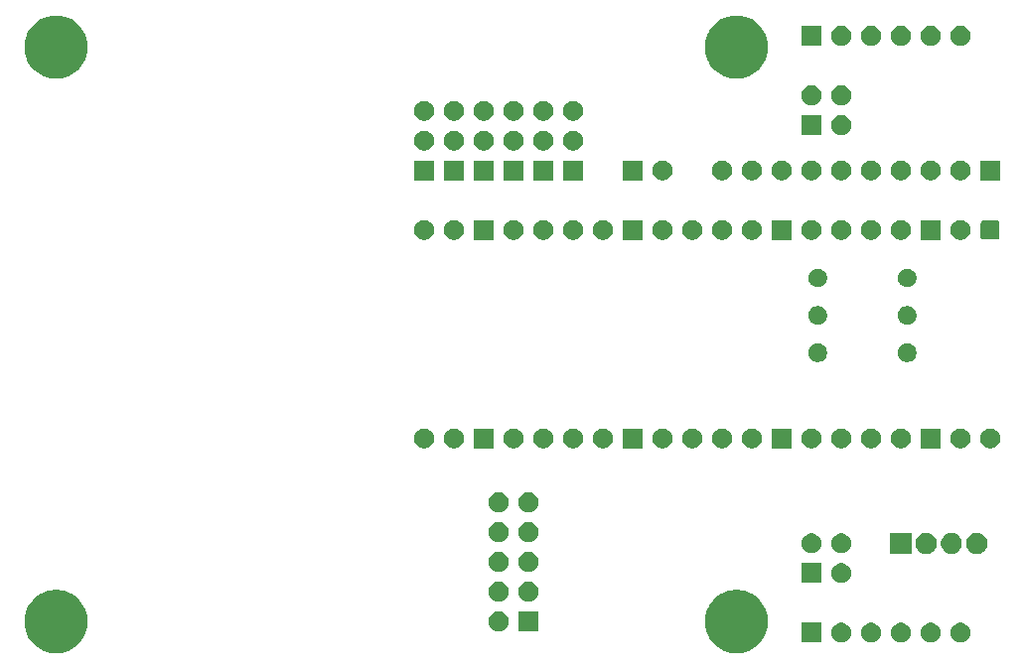
<source format=gts>
%TF.GenerationSoftware,KiCad,Pcbnew,9.0.7-9.0.7~ubuntu24.04.1*%
%TF.CreationDate,2026-01-31T19:08:08-06:00*%
%TF.ProjectId,PCB,5043422e-6b69-4636-9164-5f7063625858,rev?*%
%TF.SameCoordinates,Original*%
%TF.FileFunction,Soldermask,Top*%
%TF.FilePolarity,Negative*%
%FSLAX46Y46*%
G04 Gerber Fmt 4.6, Leading zero omitted, Abs format (unit mm)*
G04 Created by KiCad (PCBNEW 9.0.7-9.0.7~ubuntu24.04.1) date 2026-01-31 19:08:08*
%MOMM*%
%LPD*%
G01*
G04 APERTURE LIST*
G04 APERTURE END LIST*
G36*
X53952267Y-100338148D02*
G01*
X54247456Y-100405523D01*
X54533245Y-100505525D01*
X54806041Y-100636897D01*
X55062412Y-100797986D01*
X55299136Y-100986766D01*
X55513234Y-101200864D01*
X55702014Y-101437588D01*
X55863103Y-101693959D01*
X55994475Y-101966755D01*
X56094477Y-102252544D01*
X56161852Y-102547733D01*
X56195752Y-102848610D01*
X56195752Y-103151390D01*
X56161852Y-103452267D01*
X56094477Y-103747456D01*
X55994475Y-104033245D01*
X55863103Y-104306041D01*
X55702014Y-104562412D01*
X55513234Y-104799136D01*
X55299136Y-105013234D01*
X55062412Y-105202014D01*
X54806041Y-105363103D01*
X54533245Y-105494475D01*
X54247456Y-105594477D01*
X53952267Y-105661852D01*
X53651390Y-105695752D01*
X53348610Y-105695752D01*
X53047733Y-105661852D01*
X52752544Y-105594477D01*
X52466755Y-105494475D01*
X52193959Y-105363103D01*
X51937588Y-105202014D01*
X51700864Y-105013234D01*
X51486766Y-104799136D01*
X51297986Y-104562412D01*
X51136897Y-104306041D01*
X51005525Y-104033245D01*
X50905523Y-103747456D01*
X50838148Y-103452267D01*
X50804248Y-103151390D01*
X50804248Y-102848610D01*
X50838148Y-102547733D01*
X50905523Y-102252544D01*
X51005525Y-101966755D01*
X51136897Y-101693959D01*
X51297986Y-101437588D01*
X51486766Y-101200864D01*
X51700864Y-100986766D01*
X51937588Y-100797986D01*
X52193959Y-100636897D01*
X52466755Y-100505525D01*
X52752544Y-100405523D01*
X53047733Y-100338148D01*
X53348610Y-100304248D01*
X53651390Y-100304248D01*
X53952267Y-100338148D01*
G37*
G36*
X111952267Y-100338148D02*
G01*
X112247456Y-100405523D01*
X112533245Y-100505525D01*
X112806041Y-100636897D01*
X113062412Y-100797986D01*
X113299136Y-100986766D01*
X113513234Y-101200864D01*
X113702014Y-101437588D01*
X113863103Y-101693959D01*
X113994475Y-101966755D01*
X114094477Y-102252544D01*
X114161852Y-102547733D01*
X114195752Y-102848610D01*
X114195752Y-103151390D01*
X114161852Y-103452267D01*
X114094477Y-103747456D01*
X113994475Y-104033245D01*
X113863103Y-104306041D01*
X113702014Y-104562412D01*
X113513234Y-104799136D01*
X113299136Y-105013234D01*
X113062412Y-105202014D01*
X112806041Y-105363103D01*
X112533245Y-105494475D01*
X112247456Y-105594477D01*
X111952267Y-105661852D01*
X111651390Y-105695752D01*
X111348610Y-105695752D01*
X111047733Y-105661852D01*
X110752544Y-105594477D01*
X110466755Y-105494475D01*
X110193959Y-105363103D01*
X109937588Y-105202014D01*
X109700864Y-105013234D01*
X109486766Y-104799136D01*
X109297986Y-104562412D01*
X109136897Y-104306041D01*
X109005525Y-104033245D01*
X108905523Y-103747456D01*
X108838148Y-103452267D01*
X108804248Y-103151390D01*
X108804248Y-102848610D01*
X108838148Y-102547733D01*
X108905523Y-102252544D01*
X109005525Y-101966755D01*
X109136897Y-101693959D01*
X109297986Y-101437588D01*
X109486766Y-101200864D01*
X109700864Y-100986766D01*
X109937588Y-100797986D01*
X110193959Y-100636897D01*
X110466755Y-100505525D01*
X110752544Y-100405523D01*
X111047733Y-100338148D01*
X111348610Y-100304248D01*
X111651390Y-100304248D01*
X111952267Y-100338148D01*
G37*
G36*
X118740000Y-104810000D02*
G01*
X117040000Y-104810000D01*
X117040000Y-103110000D01*
X118740000Y-103110000D01*
X118740000Y-104810000D01*
G37*
G36*
X120676742Y-103146601D02*
G01*
X120830687Y-103210367D01*
X120969234Y-103302941D01*
X121087059Y-103420766D01*
X121179633Y-103559313D01*
X121243399Y-103713258D01*
X121275907Y-103876685D01*
X121275907Y-104043315D01*
X121243399Y-104206742D01*
X121179633Y-104360687D01*
X121087059Y-104499234D01*
X120969234Y-104617059D01*
X120830687Y-104709633D01*
X120676742Y-104773399D01*
X120513315Y-104805907D01*
X120346685Y-104805907D01*
X120183258Y-104773399D01*
X120029313Y-104709633D01*
X119890766Y-104617059D01*
X119772941Y-104499234D01*
X119680367Y-104360687D01*
X119616601Y-104206742D01*
X119584093Y-104043315D01*
X119584093Y-103876685D01*
X119616601Y-103713258D01*
X119680367Y-103559313D01*
X119772941Y-103420766D01*
X119890766Y-103302941D01*
X120029313Y-103210367D01*
X120183258Y-103146601D01*
X120346685Y-103114093D01*
X120513315Y-103114093D01*
X120676742Y-103146601D01*
G37*
G36*
X123216742Y-103146601D02*
G01*
X123370687Y-103210367D01*
X123509234Y-103302941D01*
X123627059Y-103420766D01*
X123719633Y-103559313D01*
X123783399Y-103713258D01*
X123815907Y-103876685D01*
X123815907Y-104043315D01*
X123783399Y-104206742D01*
X123719633Y-104360687D01*
X123627059Y-104499234D01*
X123509234Y-104617059D01*
X123370687Y-104709633D01*
X123216742Y-104773399D01*
X123053315Y-104805907D01*
X122886685Y-104805907D01*
X122723258Y-104773399D01*
X122569313Y-104709633D01*
X122430766Y-104617059D01*
X122312941Y-104499234D01*
X122220367Y-104360687D01*
X122156601Y-104206742D01*
X122124093Y-104043315D01*
X122124093Y-103876685D01*
X122156601Y-103713258D01*
X122220367Y-103559313D01*
X122312941Y-103420766D01*
X122430766Y-103302941D01*
X122569313Y-103210367D01*
X122723258Y-103146601D01*
X122886685Y-103114093D01*
X123053315Y-103114093D01*
X123216742Y-103146601D01*
G37*
G36*
X125756742Y-103146601D02*
G01*
X125910687Y-103210367D01*
X126049234Y-103302941D01*
X126167059Y-103420766D01*
X126259633Y-103559313D01*
X126323399Y-103713258D01*
X126355907Y-103876685D01*
X126355907Y-104043315D01*
X126323399Y-104206742D01*
X126259633Y-104360687D01*
X126167059Y-104499234D01*
X126049234Y-104617059D01*
X125910687Y-104709633D01*
X125756742Y-104773399D01*
X125593315Y-104805907D01*
X125426685Y-104805907D01*
X125263258Y-104773399D01*
X125109313Y-104709633D01*
X124970766Y-104617059D01*
X124852941Y-104499234D01*
X124760367Y-104360687D01*
X124696601Y-104206742D01*
X124664093Y-104043315D01*
X124664093Y-103876685D01*
X124696601Y-103713258D01*
X124760367Y-103559313D01*
X124852941Y-103420766D01*
X124970766Y-103302941D01*
X125109313Y-103210367D01*
X125263258Y-103146601D01*
X125426685Y-103114093D01*
X125593315Y-103114093D01*
X125756742Y-103146601D01*
G37*
G36*
X128296742Y-103146601D02*
G01*
X128450687Y-103210367D01*
X128589234Y-103302941D01*
X128707059Y-103420766D01*
X128799633Y-103559313D01*
X128863399Y-103713258D01*
X128895907Y-103876685D01*
X128895907Y-104043315D01*
X128863399Y-104206742D01*
X128799633Y-104360687D01*
X128707059Y-104499234D01*
X128589234Y-104617059D01*
X128450687Y-104709633D01*
X128296742Y-104773399D01*
X128133315Y-104805907D01*
X127966685Y-104805907D01*
X127803258Y-104773399D01*
X127649313Y-104709633D01*
X127510766Y-104617059D01*
X127392941Y-104499234D01*
X127300367Y-104360687D01*
X127236601Y-104206742D01*
X127204093Y-104043315D01*
X127204093Y-103876685D01*
X127236601Y-103713258D01*
X127300367Y-103559313D01*
X127392941Y-103420766D01*
X127510766Y-103302941D01*
X127649313Y-103210367D01*
X127803258Y-103146601D01*
X127966685Y-103114093D01*
X128133315Y-103114093D01*
X128296742Y-103146601D01*
G37*
G36*
X130836742Y-103146601D02*
G01*
X130990687Y-103210367D01*
X131129234Y-103302941D01*
X131247059Y-103420766D01*
X131339633Y-103559313D01*
X131403399Y-103713258D01*
X131435907Y-103876685D01*
X131435907Y-104043315D01*
X131403399Y-104206742D01*
X131339633Y-104360687D01*
X131247059Y-104499234D01*
X131129234Y-104617059D01*
X130990687Y-104709633D01*
X130836742Y-104773399D01*
X130673315Y-104805907D01*
X130506685Y-104805907D01*
X130343258Y-104773399D01*
X130189313Y-104709633D01*
X130050766Y-104617059D01*
X129932941Y-104499234D01*
X129840367Y-104360687D01*
X129776601Y-104206742D01*
X129744093Y-104043315D01*
X129744093Y-103876685D01*
X129776601Y-103713258D01*
X129840367Y-103559313D01*
X129932941Y-103420766D01*
X130050766Y-103302941D01*
X130189313Y-103210367D01*
X130343258Y-103146601D01*
X130506685Y-103114093D01*
X130673315Y-103114093D01*
X130836742Y-103146601D01*
G37*
G36*
X94610000Y-103850000D02*
G01*
X92910000Y-103850000D01*
X92910000Y-102150000D01*
X94610000Y-102150000D01*
X94610000Y-103850000D01*
G37*
G36*
X91466742Y-102186601D02*
G01*
X91620687Y-102250367D01*
X91759234Y-102342941D01*
X91877059Y-102460766D01*
X91969633Y-102599313D01*
X92033399Y-102753258D01*
X92065907Y-102916685D01*
X92065907Y-103083315D01*
X92033399Y-103246742D01*
X91969633Y-103400687D01*
X91877059Y-103539234D01*
X91759234Y-103657059D01*
X91620687Y-103749633D01*
X91466742Y-103813399D01*
X91303315Y-103845907D01*
X91136685Y-103845907D01*
X90973258Y-103813399D01*
X90819313Y-103749633D01*
X90680766Y-103657059D01*
X90562941Y-103539234D01*
X90470367Y-103400687D01*
X90406601Y-103246742D01*
X90374093Y-103083315D01*
X90374093Y-102916685D01*
X90406601Y-102753258D01*
X90470367Y-102599313D01*
X90562941Y-102460766D01*
X90680766Y-102342941D01*
X90819313Y-102250367D01*
X90973258Y-102186601D01*
X91136685Y-102154093D01*
X91303315Y-102154093D01*
X91466742Y-102186601D01*
G37*
G36*
X91466742Y-99646601D02*
G01*
X91620687Y-99710367D01*
X91759234Y-99802941D01*
X91877059Y-99920766D01*
X91969633Y-100059313D01*
X92033399Y-100213258D01*
X92065907Y-100376685D01*
X92065907Y-100543315D01*
X92033399Y-100706742D01*
X91969633Y-100860687D01*
X91877059Y-100999234D01*
X91759234Y-101117059D01*
X91620687Y-101209633D01*
X91466742Y-101273399D01*
X91303315Y-101305907D01*
X91136685Y-101305907D01*
X90973258Y-101273399D01*
X90819313Y-101209633D01*
X90680766Y-101117059D01*
X90562941Y-100999234D01*
X90470367Y-100860687D01*
X90406601Y-100706742D01*
X90374093Y-100543315D01*
X90374093Y-100376685D01*
X90406601Y-100213258D01*
X90470367Y-100059313D01*
X90562941Y-99920766D01*
X90680766Y-99802941D01*
X90819313Y-99710367D01*
X90973258Y-99646601D01*
X91136685Y-99614093D01*
X91303315Y-99614093D01*
X91466742Y-99646601D01*
G37*
G36*
X94006742Y-99646601D02*
G01*
X94160687Y-99710367D01*
X94299234Y-99802941D01*
X94417059Y-99920766D01*
X94509633Y-100059313D01*
X94573399Y-100213258D01*
X94605907Y-100376685D01*
X94605907Y-100543315D01*
X94573399Y-100706742D01*
X94509633Y-100860687D01*
X94417059Y-100999234D01*
X94299234Y-101117059D01*
X94160687Y-101209633D01*
X94006742Y-101273399D01*
X93843315Y-101305907D01*
X93676685Y-101305907D01*
X93513258Y-101273399D01*
X93359313Y-101209633D01*
X93220766Y-101117059D01*
X93102941Y-100999234D01*
X93010367Y-100860687D01*
X92946601Y-100706742D01*
X92914093Y-100543315D01*
X92914093Y-100376685D01*
X92946601Y-100213258D01*
X93010367Y-100059313D01*
X93102941Y-99920766D01*
X93220766Y-99802941D01*
X93359313Y-99710367D01*
X93513258Y-99646601D01*
X93676685Y-99614093D01*
X93843315Y-99614093D01*
X94006742Y-99646601D01*
G37*
G36*
X118740000Y-99730000D02*
G01*
X117040000Y-99730000D01*
X117040000Y-98030000D01*
X118740000Y-98030000D01*
X118740000Y-99730000D01*
G37*
G36*
X120676742Y-98066601D02*
G01*
X120830687Y-98130367D01*
X120969234Y-98222941D01*
X121087059Y-98340766D01*
X121179633Y-98479313D01*
X121243399Y-98633258D01*
X121275907Y-98796685D01*
X121275907Y-98963315D01*
X121243399Y-99126742D01*
X121179633Y-99280687D01*
X121087059Y-99419234D01*
X120969234Y-99537059D01*
X120830687Y-99629633D01*
X120676742Y-99693399D01*
X120513315Y-99725907D01*
X120346685Y-99725907D01*
X120183258Y-99693399D01*
X120029313Y-99629633D01*
X119890766Y-99537059D01*
X119772941Y-99419234D01*
X119680367Y-99280687D01*
X119616601Y-99126742D01*
X119584093Y-98963315D01*
X119584093Y-98796685D01*
X119616601Y-98633258D01*
X119680367Y-98479313D01*
X119772941Y-98340766D01*
X119890766Y-98222941D01*
X120029313Y-98130367D01*
X120183258Y-98066601D01*
X120346685Y-98034093D01*
X120513315Y-98034093D01*
X120676742Y-98066601D01*
G37*
G36*
X91466742Y-97106601D02*
G01*
X91620687Y-97170367D01*
X91759234Y-97262941D01*
X91877059Y-97380766D01*
X91969633Y-97519313D01*
X92033399Y-97673258D01*
X92065907Y-97836685D01*
X92065907Y-98003315D01*
X92033399Y-98166742D01*
X91969633Y-98320687D01*
X91877059Y-98459234D01*
X91759234Y-98577059D01*
X91620687Y-98669633D01*
X91466742Y-98733399D01*
X91303315Y-98765907D01*
X91136685Y-98765907D01*
X90973258Y-98733399D01*
X90819313Y-98669633D01*
X90680766Y-98577059D01*
X90562941Y-98459234D01*
X90470367Y-98320687D01*
X90406601Y-98166742D01*
X90374093Y-98003315D01*
X90374093Y-97836685D01*
X90406601Y-97673258D01*
X90470367Y-97519313D01*
X90562941Y-97380766D01*
X90680766Y-97262941D01*
X90819313Y-97170367D01*
X90973258Y-97106601D01*
X91136685Y-97074093D01*
X91303315Y-97074093D01*
X91466742Y-97106601D01*
G37*
G36*
X94006742Y-97106601D02*
G01*
X94160687Y-97170367D01*
X94299234Y-97262941D01*
X94417059Y-97380766D01*
X94509633Y-97519313D01*
X94573399Y-97673258D01*
X94605907Y-97836685D01*
X94605907Y-98003315D01*
X94573399Y-98166742D01*
X94509633Y-98320687D01*
X94417059Y-98459234D01*
X94299234Y-98577059D01*
X94160687Y-98669633D01*
X94006742Y-98733399D01*
X93843315Y-98765907D01*
X93676685Y-98765907D01*
X93513258Y-98733399D01*
X93359313Y-98669633D01*
X93220766Y-98577059D01*
X93102941Y-98459234D01*
X93010367Y-98320687D01*
X92946601Y-98166742D01*
X92914093Y-98003315D01*
X92914093Y-97836685D01*
X92946601Y-97673258D01*
X93010367Y-97519313D01*
X93102941Y-97380766D01*
X93220766Y-97262941D01*
X93359313Y-97170367D01*
X93513258Y-97106601D01*
X93676685Y-97074093D01*
X93843315Y-97074093D01*
X94006742Y-97106601D01*
G37*
G36*
X126410000Y-97240000D02*
G01*
X124610000Y-97240000D01*
X124610000Y-95440000D01*
X126410000Y-95440000D01*
X126410000Y-97240000D01*
G37*
G36*
X127930256Y-95478754D02*
G01*
X128093257Y-95546271D01*
X128239954Y-95644291D01*
X128364709Y-95769046D01*
X128462729Y-95915743D01*
X128530246Y-96078744D01*
X128564666Y-96251785D01*
X128564666Y-96428215D01*
X128530246Y-96601256D01*
X128462729Y-96764257D01*
X128364709Y-96910954D01*
X128239954Y-97035709D01*
X128093257Y-97133729D01*
X127930256Y-97201246D01*
X127757215Y-97235666D01*
X127580785Y-97235666D01*
X127407744Y-97201246D01*
X127244743Y-97133729D01*
X127098046Y-97035709D01*
X126973291Y-96910954D01*
X126875271Y-96764257D01*
X126807754Y-96601256D01*
X126773334Y-96428215D01*
X126773334Y-96251785D01*
X126807754Y-96078744D01*
X126875271Y-95915743D01*
X126973291Y-95769046D01*
X127098046Y-95644291D01*
X127244743Y-95546271D01*
X127407744Y-95478754D01*
X127580785Y-95444334D01*
X127757215Y-95444334D01*
X127930256Y-95478754D01*
G37*
G36*
X130089256Y-95478754D02*
G01*
X130252257Y-95546271D01*
X130398954Y-95644291D01*
X130523709Y-95769046D01*
X130621729Y-95915743D01*
X130689246Y-96078744D01*
X130723666Y-96251785D01*
X130723666Y-96428215D01*
X130689246Y-96601256D01*
X130621729Y-96764257D01*
X130523709Y-96910954D01*
X130398954Y-97035709D01*
X130252257Y-97133729D01*
X130089256Y-97201246D01*
X129916215Y-97235666D01*
X129739785Y-97235666D01*
X129566744Y-97201246D01*
X129403743Y-97133729D01*
X129257046Y-97035709D01*
X129132291Y-96910954D01*
X129034271Y-96764257D01*
X128966754Y-96601256D01*
X128932334Y-96428215D01*
X128932334Y-96251785D01*
X128966754Y-96078744D01*
X129034271Y-95915743D01*
X129132291Y-95769046D01*
X129257046Y-95644291D01*
X129403743Y-95546271D01*
X129566744Y-95478754D01*
X129739785Y-95444334D01*
X129916215Y-95444334D01*
X130089256Y-95478754D01*
G37*
G36*
X132248256Y-95478754D02*
G01*
X132411257Y-95546271D01*
X132557954Y-95644291D01*
X132682709Y-95769046D01*
X132780729Y-95915743D01*
X132848246Y-96078744D01*
X132882666Y-96251785D01*
X132882666Y-96428215D01*
X132848246Y-96601256D01*
X132780729Y-96764257D01*
X132682709Y-96910954D01*
X132557954Y-97035709D01*
X132411257Y-97133729D01*
X132248256Y-97201246D01*
X132075215Y-97235666D01*
X131898785Y-97235666D01*
X131725744Y-97201246D01*
X131562743Y-97133729D01*
X131416046Y-97035709D01*
X131291291Y-96910954D01*
X131193271Y-96764257D01*
X131125754Y-96601256D01*
X131091334Y-96428215D01*
X131091334Y-96251785D01*
X131125754Y-96078744D01*
X131193271Y-95915743D01*
X131291291Y-95769046D01*
X131416046Y-95644291D01*
X131562743Y-95546271D01*
X131725744Y-95478754D01*
X131898785Y-95444334D01*
X132075215Y-95444334D01*
X132248256Y-95478754D01*
G37*
G36*
X118136742Y-95526601D02*
G01*
X118290687Y-95590367D01*
X118429234Y-95682941D01*
X118547059Y-95800766D01*
X118639633Y-95939313D01*
X118703399Y-96093258D01*
X118735907Y-96256685D01*
X118735907Y-96423315D01*
X118703399Y-96586742D01*
X118639633Y-96740687D01*
X118547059Y-96879234D01*
X118429234Y-96997059D01*
X118290687Y-97089633D01*
X118136742Y-97153399D01*
X117973315Y-97185907D01*
X117806685Y-97185907D01*
X117643258Y-97153399D01*
X117489313Y-97089633D01*
X117350766Y-96997059D01*
X117232941Y-96879234D01*
X117140367Y-96740687D01*
X117076601Y-96586742D01*
X117044093Y-96423315D01*
X117044093Y-96256685D01*
X117076601Y-96093258D01*
X117140367Y-95939313D01*
X117232941Y-95800766D01*
X117350766Y-95682941D01*
X117489313Y-95590367D01*
X117643258Y-95526601D01*
X117806685Y-95494093D01*
X117973315Y-95494093D01*
X118136742Y-95526601D01*
G37*
G36*
X120676742Y-95526601D02*
G01*
X120830687Y-95590367D01*
X120969234Y-95682941D01*
X121087059Y-95800766D01*
X121179633Y-95939313D01*
X121243399Y-96093258D01*
X121275907Y-96256685D01*
X121275907Y-96423315D01*
X121243399Y-96586742D01*
X121179633Y-96740687D01*
X121087059Y-96879234D01*
X120969234Y-96997059D01*
X120830687Y-97089633D01*
X120676742Y-97153399D01*
X120513315Y-97185907D01*
X120346685Y-97185907D01*
X120183258Y-97153399D01*
X120029313Y-97089633D01*
X119890766Y-96997059D01*
X119772941Y-96879234D01*
X119680367Y-96740687D01*
X119616601Y-96586742D01*
X119584093Y-96423315D01*
X119584093Y-96256685D01*
X119616601Y-96093258D01*
X119680367Y-95939313D01*
X119772941Y-95800766D01*
X119890766Y-95682941D01*
X120029313Y-95590367D01*
X120183258Y-95526601D01*
X120346685Y-95494093D01*
X120513315Y-95494093D01*
X120676742Y-95526601D01*
G37*
G36*
X91466742Y-94566601D02*
G01*
X91620687Y-94630367D01*
X91759234Y-94722941D01*
X91877059Y-94840766D01*
X91969633Y-94979313D01*
X92033399Y-95133258D01*
X92065907Y-95296685D01*
X92065907Y-95463315D01*
X92033399Y-95626742D01*
X91969633Y-95780687D01*
X91877059Y-95919234D01*
X91759234Y-96037059D01*
X91620687Y-96129633D01*
X91466742Y-96193399D01*
X91303315Y-96225907D01*
X91136685Y-96225907D01*
X90973258Y-96193399D01*
X90819313Y-96129633D01*
X90680766Y-96037059D01*
X90562941Y-95919234D01*
X90470367Y-95780687D01*
X90406601Y-95626742D01*
X90374093Y-95463315D01*
X90374093Y-95296685D01*
X90406601Y-95133258D01*
X90470367Y-94979313D01*
X90562941Y-94840766D01*
X90680766Y-94722941D01*
X90819313Y-94630367D01*
X90973258Y-94566601D01*
X91136685Y-94534093D01*
X91303315Y-94534093D01*
X91466742Y-94566601D01*
G37*
G36*
X94006742Y-94566601D02*
G01*
X94160687Y-94630367D01*
X94299234Y-94722941D01*
X94417059Y-94840766D01*
X94509633Y-94979313D01*
X94573399Y-95133258D01*
X94605907Y-95296685D01*
X94605907Y-95463315D01*
X94573399Y-95626742D01*
X94509633Y-95780687D01*
X94417059Y-95919234D01*
X94299234Y-96037059D01*
X94160687Y-96129633D01*
X94006742Y-96193399D01*
X93843315Y-96225907D01*
X93676685Y-96225907D01*
X93513258Y-96193399D01*
X93359313Y-96129633D01*
X93220766Y-96037059D01*
X93102941Y-95919234D01*
X93010367Y-95780687D01*
X92946601Y-95626742D01*
X92914093Y-95463315D01*
X92914093Y-95296685D01*
X92946601Y-95133258D01*
X93010367Y-94979313D01*
X93102941Y-94840766D01*
X93220766Y-94722941D01*
X93359313Y-94630367D01*
X93513258Y-94566601D01*
X93676685Y-94534093D01*
X93843315Y-94534093D01*
X94006742Y-94566601D01*
G37*
G36*
X91466742Y-92026601D02*
G01*
X91620687Y-92090367D01*
X91759234Y-92182941D01*
X91877059Y-92300766D01*
X91969633Y-92439313D01*
X92033399Y-92593258D01*
X92065907Y-92756685D01*
X92065907Y-92923315D01*
X92033399Y-93086742D01*
X91969633Y-93240687D01*
X91877059Y-93379234D01*
X91759234Y-93497059D01*
X91620687Y-93589633D01*
X91466742Y-93653399D01*
X91303315Y-93685907D01*
X91136685Y-93685907D01*
X90973258Y-93653399D01*
X90819313Y-93589633D01*
X90680766Y-93497059D01*
X90562941Y-93379234D01*
X90470367Y-93240687D01*
X90406601Y-93086742D01*
X90374093Y-92923315D01*
X90374093Y-92756685D01*
X90406601Y-92593258D01*
X90470367Y-92439313D01*
X90562941Y-92300766D01*
X90680766Y-92182941D01*
X90819313Y-92090367D01*
X90973258Y-92026601D01*
X91136685Y-91994093D01*
X91303315Y-91994093D01*
X91466742Y-92026601D01*
G37*
G36*
X94006742Y-92026601D02*
G01*
X94160687Y-92090367D01*
X94299234Y-92182941D01*
X94417059Y-92300766D01*
X94509633Y-92439313D01*
X94573399Y-92593258D01*
X94605907Y-92756685D01*
X94605907Y-92923315D01*
X94573399Y-93086742D01*
X94509633Y-93240687D01*
X94417059Y-93379234D01*
X94299234Y-93497059D01*
X94160687Y-93589633D01*
X94006742Y-93653399D01*
X93843315Y-93685907D01*
X93676685Y-93685907D01*
X93513258Y-93653399D01*
X93359313Y-93589633D01*
X93220766Y-93497059D01*
X93102941Y-93379234D01*
X93010367Y-93240687D01*
X92946601Y-93086742D01*
X92914093Y-92923315D01*
X92914093Y-92756685D01*
X92946601Y-92593258D01*
X93010367Y-92439313D01*
X93102941Y-92300766D01*
X93220766Y-92182941D01*
X93359313Y-92090367D01*
X93513258Y-92026601D01*
X93676685Y-91994093D01*
X93843315Y-91994093D01*
X94006742Y-92026601D01*
G37*
G36*
X90800000Y-88240000D02*
G01*
X89100000Y-88240000D01*
X89100000Y-86540000D01*
X90800000Y-86540000D01*
X90800000Y-88240000D01*
G37*
G36*
X103500000Y-88240000D02*
G01*
X101800000Y-88240000D01*
X101800000Y-86540000D01*
X103500000Y-86540000D01*
X103500000Y-88240000D01*
G37*
G36*
X116200000Y-88240000D02*
G01*
X114500000Y-88240000D01*
X114500000Y-86540000D01*
X116200000Y-86540000D01*
X116200000Y-88240000D01*
G37*
G36*
X128900000Y-88240000D02*
G01*
X127200000Y-88240000D01*
X127200000Y-86540000D01*
X128900000Y-86540000D01*
X128900000Y-88240000D01*
G37*
G36*
X85116742Y-86576601D02*
G01*
X85270687Y-86640367D01*
X85409234Y-86732941D01*
X85527059Y-86850766D01*
X85619633Y-86989313D01*
X85683399Y-87143258D01*
X85715907Y-87306685D01*
X85715907Y-87473315D01*
X85683399Y-87636742D01*
X85619633Y-87790687D01*
X85527059Y-87929234D01*
X85409234Y-88047059D01*
X85270687Y-88139633D01*
X85116742Y-88203399D01*
X84953315Y-88235907D01*
X84786685Y-88235907D01*
X84623258Y-88203399D01*
X84469313Y-88139633D01*
X84330766Y-88047059D01*
X84212941Y-87929234D01*
X84120367Y-87790687D01*
X84056601Y-87636742D01*
X84024093Y-87473315D01*
X84024093Y-87306685D01*
X84056601Y-87143258D01*
X84120367Y-86989313D01*
X84212941Y-86850766D01*
X84330766Y-86732941D01*
X84469313Y-86640367D01*
X84623258Y-86576601D01*
X84786685Y-86544093D01*
X84953315Y-86544093D01*
X85116742Y-86576601D01*
G37*
G36*
X87656742Y-86576601D02*
G01*
X87810687Y-86640367D01*
X87949234Y-86732941D01*
X88067059Y-86850766D01*
X88159633Y-86989313D01*
X88223399Y-87143258D01*
X88255907Y-87306685D01*
X88255907Y-87473315D01*
X88223399Y-87636742D01*
X88159633Y-87790687D01*
X88067059Y-87929234D01*
X87949234Y-88047059D01*
X87810687Y-88139633D01*
X87656742Y-88203399D01*
X87493315Y-88235907D01*
X87326685Y-88235907D01*
X87163258Y-88203399D01*
X87009313Y-88139633D01*
X86870766Y-88047059D01*
X86752941Y-87929234D01*
X86660367Y-87790687D01*
X86596601Y-87636742D01*
X86564093Y-87473315D01*
X86564093Y-87306685D01*
X86596601Y-87143258D01*
X86660367Y-86989313D01*
X86752941Y-86850766D01*
X86870766Y-86732941D01*
X87009313Y-86640367D01*
X87163258Y-86576601D01*
X87326685Y-86544093D01*
X87493315Y-86544093D01*
X87656742Y-86576601D01*
G37*
G36*
X92736742Y-86576601D02*
G01*
X92890687Y-86640367D01*
X93029234Y-86732941D01*
X93147059Y-86850766D01*
X93239633Y-86989313D01*
X93303399Y-87143258D01*
X93335907Y-87306685D01*
X93335907Y-87473315D01*
X93303399Y-87636742D01*
X93239633Y-87790687D01*
X93147059Y-87929234D01*
X93029234Y-88047059D01*
X92890687Y-88139633D01*
X92736742Y-88203399D01*
X92573315Y-88235907D01*
X92406685Y-88235907D01*
X92243258Y-88203399D01*
X92089313Y-88139633D01*
X91950766Y-88047059D01*
X91832941Y-87929234D01*
X91740367Y-87790687D01*
X91676601Y-87636742D01*
X91644093Y-87473315D01*
X91644093Y-87306685D01*
X91676601Y-87143258D01*
X91740367Y-86989313D01*
X91832941Y-86850766D01*
X91950766Y-86732941D01*
X92089313Y-86640367D01*
X92243258Y-86576601D01*
X92406685Y-86544093D01*
X92573315Y-86544093D01*
X92736742Y-86576601D01*
G37*
G36*
X95276742Y-86576601D02*
G01*
X95430687Y-86640367D01*
X95569234Y-86732941D01*
X95687059Y-86850766D01*
X95779633Y-86989313D01*
X95843399Y-87143258D01*
X95875907Y-87306685D01*
X95875907Y-87473315D01*
X95843399Y-87636742D01*
X95779633Y-87790687D01*
X95687059Y-87929234D01*
X95569234Y-88047059D01*
X95430687Y-88139633D01*
X95276742Y-88203399D01*
X95113315Y-88235907D01*
X94946685Y-88235907D01*
X94783258Y-88203399D01*
X94629313Y-88139633D01*
X94490766Y-88047059D01*
X94372941Y-87929234D01*
X94280367Y-87790687D01*
X94216601Y-87636742D01*
X94184093Y-87473315D01*
X94184093Y-87306685D01*
X94216601Y-87143258D01*
X94280367Y-86989313D01*
X94372941Y-86850766D01*
X94490766Y-86732941D01*
X94629313Y-86640367D01*
X94783258Y-86576601D01*
X94946685Y-86544093D01*
X95113315Y-86544093D01*
X95276742Y-86576601D01*
G37*
G36*
X97816742Y-86576601D02*
G01*
X97970687Y-86640367D01*
X98109234Y-86732941D01*
X98227059Y-86850766D01*
X98319633Y-86989313D01*
X98383399Y-87143258D01*
X98415907Y-87306685D01*
X98415907Y-87473315D01*
X98383399Y-87636742D01*
X98319633Y-87790687D01*
X98227059Y-87929234D01*
X98109234Y-88047059D01*
X97970687Y-88139633D01*
X97816742Y-88203399D01*
X97653315Y-88235907D01*
X97486685Y-88235907D01*
X97323258Y-88203399D01*
X97169313Y-88139633D01*
X97030766Y-88047059D01*
X96912941Y-87929234D01*
X96820367Y-87790687D01*
X96756601Y-87636742D01*
X96724093Y-87473315D01*
X96724093Y-87306685D01*
X96756601Y-87143258D01*
X96820367Y-86989313D01*
X96912941Y-86850766D01*
X97030766Y-86732941D01*
X97169313Y-86640367D01*
X97323258Y-86576601D01*
X97486685Y-86544093D01*
X97653315Y-86544093D01*
X97816742Y-86576601D01*
G37*
G36*
X100356742Y-86576601D02*
G01*
X100510687Y-86640367D01*
X100649234Y-86732941D01*
X100767059Y-86850766D01*
X100859633Y-86989313D01*
X100923399Y-87143258D01*
X100955907Y-87306685D01*
X100955907Y-87473315D01*
X100923399Y-87636742D01*
X100859633Y-87790687D01*
X100767059Y-87929234D01*
X100649234Y-88047059D01*
X100510687Y-88139633D01*
X100356742Y-88203399D01*
X100193315Y-88235907D01*
X100026685Y-88235907D01*
X99863258Y-88203399D01*
X99709313Y-88139633D01*
X99570766Y-88047059D01*
X99452941Y-87929234D01*
X99360367Y-87790687D01*
X99296601Y-87636742D01*
X99264093Y-87473315D01*
X99264093Y-87306685D01*
X99296601Y-87143258D01*
X99360367Y-86989313D01*
X99452941Y-86850766D01*
X99570766Y-86732941D01*
X99709313Y-86640367D01*
X99863258Y-86576601D01*
X100026685Y-86544093D01*
X100193315Y-86544093D01*
X100356742Y-86576601D01*
G37*
G36*
X105436742Y-86576601D02*
G01*
X105590687Y-86640367D01*
X105729234Y-86732941D01*
X105847059Y-86850766D01*
X105939633Y-86989313D01*
X106003399Y-87143258D01*
X106035907Y-87306685D01*
X106035907Y-87473315D01*
X106003399Y-87636742D01*
X105939633Y-87790687D01*
X105847059Y-87929234D01*
X105729234Y-88047059D01*
X105590687Y-88139633D01*
X105436742Y-88203399D01*
X105273315Y-88235907D01*
X105106685Y-88235907D01*
X104943258Y-88203399D01*
X104789313Y-88139633D01*
X104650766Y-88047059D01*
X104532941Y-87929234D01*
X104440367Y-87790687D01*
X104376601Y-87636742D01*
X104344093Y-87473315D01*
X104344093Y-87306685D01*
X104376601Y-87143258D01*
X104440367Y-86989313D01*
X104532941Y-86850766D01*
X104650766Y-86732941D01*
X104789313Y-86640367D01*
X104943258Y-86576601D01*
X105106685Y-86544093D01*
X105273315Y-86544093D01*
X105436742Y-86576601D01*
G37*
G36*
X107976742Y-86576601D02*
G01*
X108130687Y-86640367D01*
X108269234Y-86732941D01*
X108387059Y-86850766D01*
X108479633Y-86989313D01*
X108543399Y-87143258D01*
X108575907Y-87306685D01*
X108575907Y-87473315D01*
X108543399Y-87636742D01*
X108479633Y-87790687D01*
X108387059Y-87929234D01*
X108269234Y-88047059D01*
X108130687Y-88139633D01*
X107976742Y-88203399D01*
X107813315Y-88235907D01*
X107646685Y-88235907D01*
X107483258Y-88203399D01*
X107329313Y-88139633D01*
X107190766Y-88047059D01*
X107072941Y-87929234D01*
X106980367Y-87790687D01*
X106916601Y-87636742D01*
X106884093Y-87473315D01*
X106884093Y-87306685D01*
X106916601Y-87143258D01*
X106980367Y-86989313D01*
X107072941Y-86850766D01*
X107190766Y-86732941D01*
X107329313Y-86640367D01*
X107483258Y-86576601D01*
X107646685Y-86544093D01*
X107813315Y-86544093D01*
X107976742Y-86576601D01*
G37*
G36*
X110516742Y-86576601D02*
G01*
X110670687Y-86640367D01*
X110809234Y-86732941D01*
X110927059Y-86850766D01*
X111019633Y-86989313D01*
X111083399Y-87143258D01*
X111115907Y-87306685D01*
X111115907Y-87473315D01*
X111083399Y-87636742D01*
X111019633Y-87790687D01*
X110927059Y-87929234D01*
X110809234Y-88047059D01*
X110670687Y-88139633D01*
X110516742Y-88203399D01*
X110353315Y-88235907D01*
X110186685Y-88235907D01*
X110023258Y-88203399D01*
X109869313Y-88139633D01*
X109730766Y-88047059D01*
X109612941Y-87929234D01*
X109520367Y-87790687D01*
X109456601Y-87636742D01*
X109424093Y-87473315D01*
X109424093Y-87306685D01*
X109456601Y-87143258D01*
X109520367Y-86989313D01*
X109612941Y-86850766D01*
X109730766Y-86732941D01*
X109869313Y-86640367D01*
X110023258Y-86576601D01*
X110186685Y-86544093D01*
X110353315Y-86544093D01*
X110516742Y-86576601D01*
G37*
G36*
X113056742Y-86576601D02*
G01*
X113210687Y-86640367D01*
X113349234Y-86732941D01*
X113467059Y-86850766D01*
X113559633Y-86989313D01*
X113623399Y-87143258D01*
X113655907Y-87306685D01*
X113655907Y-87473315D01*
X113623399Y-87636742D01*
X113559633Y-87790687D01*
X113467059Y-87929234D01*
X113349234Y-88047059D01*
X113210687Y-88139633D01*
X113056742Y-88203399D01*
X112893315Y-88235907D01*
X112726685Y-88235907D01*
X112563258Y-88203399D01*
X112409313Y-88139633D01*
X112270766Y-88047059D01*
X112152941Y-87929234D01*
X112060367Y-87790687D01*
X111996601Y-87636742D01*
X111964093Y-87473315D01*
X111964093Y-87306685D01*
X111996601Y-87143258D01*
X112060367Y-86989313D01*
X112152941Y-86850766D01*
X112270766Y-86732941D01*
X112409313Y-86640367D01*
X112563258Y-86576601D01*
X112726685Y-86544093D01*
X112893315Y-86544093D01*
X113056742Y-86576601D01*
G37*
G36*
X118136742Y-86576601D02*
G01*
X118290687Y-86640367D01*
X118429234Y-86732941D01*
X118547059Y-86850766D01*
X118639633Y-86989313D01*
X118703399Y-87143258D01*
X118735907Y-87306685D01*
X118735907Y-87473315D01*
X118703399Y-87636742D01*
X118639633Y-87790687D01*
X118547059Y-87929234D01*
X118429234Y-88047059D01*
X118290687Y-88139633D01*
X118136742Y-88203399D01*
X117973315Y-88235907D01*
X117806685Y-88235907D01*
X117643258Y-88203399D01*
X117489313Y-88139633D01*
X117350766Y-88047059D01*
X117232941Y-87929234D01*
X117140367Y-87790687D01*
X117076601Y-87636742D01*
X117044093Y-87473315D01*
X117044093Y-87306685D01*
X117076601Y-87143258D01*
X117140367Y-86989313D01*
X117232941Y-86850766D01*
X117350766Y-86732941D01*
X117489313Y-86640367D01*
X117643258Y-86576601D01*
X117806685Y-86544093D01*
X117973315Y-86544093D01*
X118136742Y-86576601D01*
G37*
G36*
X120676742Y-86576601D02*
G01*
X120830687Y-86640367D01*
X120969234Y-86732941D01*
X121087059Y-86850766D01*
X121179633Y-86989313D01*
X121243399Y-87143258D01*
X121275907Y-87306685D01*
X121275907Y-87473315D01*
X121243399Y-87636742D01*
X121179633Y-87790687D01*
X121087059Y-87929234D01*
X120969234Y-88047059D01*
X120830687Y-88139633D01*
X120676742Y-88203399D01*
X120513315Y-88235907D01*
X120346685Y-88235907D01*
X120183258Y-88203399D01*
X120029313Y-88139633D01*
X119890766Y-88047059D01*
X119772941Y-87929234D01*
X119680367Y-87790687D01*
X119616601Y-87636742D01*
X119584093Y-87473315D01*
X119584093Y-87306685D01*
X119616601Y-87143258D01*
X119680367Y-86989313D01*
X119772941Y-86850766D01*
X119890766Y-86732941D01*
X120029313Y-86640367D01*
X120183258Y-86576601D01*
X120346685Y-86544093D01*
X120513315Y-86544093D01*
X120676742Y-86576601D01*
G37*
G36*
X123216742Y-86576601D02*
G01*
X123370687Y-86640367D01*
X123509234Y-86732941D01*
X123627059Y-86850766D01*
X123719633Y-86989313D01*
X123783399Y-87143258D01*
X123815907Y-87306685D01*
X123815907Y-87473315D01*
X123783399Y-87636742D01*
X123719633Y-87790687D01*
X123627059Y-87929234D01*
X123509234Y-88047059D01*
X123370687Y-88139633D01*
X123216742Y-88203399D01*
X123053315Y-88235907D01*
X122886685Y-88235907D01*
X122723258Y-88203399D01*
X122569313Y-88139633D01*
X122430766Y-88047059D01*
X122312941Y-87929234D01*
X122220367Y-87790687D01*
X122156601Y-87636742D01*
X122124093Y-87473315D01*
X122124093Y-87306685D01*
X122156601Y-87143258D01*
X122220367Y-86989313D01*
X122312941Y-86850766D01*
X122430766Y-86732941D01*
X122569313Y-86640367D01*
X122723258Y-86576601D01*
X122886685Y-86544093D01*
X123053315Y-86544093D01*
X123216742Y-86576601D01*
G37*
G36*
X125756742Y-86576601D02*
G01*
X125910687Y-86640367D01*
X126049234Y-86732941D01*
X126167059Y-86850766D01*
X126259633Y-86989313D01*
X126323399Y-87143258D01*
X126355907Y-87306685D01*
X126355907Y-87473315D01*
X126323399Y-87636742D01*
X126259633Y-87790687D01*
X126167059Y-87929234D01*
X126049234Y-88047059D01*
X125910687Y-88139633D01*
X125756742Y-88203399D01*
X125593315Y-88235907D01*
X125426685Y-88235907D01*
X125263258Y-88203399D01*
X125109313Y-88139633D01*
X124970766Y-88047059D01*
X124852941Y-87929234D01*
X124760367Y-87790687D01*
X124696601Y-87636742D01*
X124664093Y-87473315D01*
X124664093Y-87306685D01*
X124696601Y-87143258D01*
X124760367Y-86989313D01*
X124852941Y-86850766D01*
X124970766Y-86732941D01*
X125109313Y-86640367D01*
X125263258Y-86576601D01*
X125426685Y-86544093D01*
X125593315Y-86544093D01*
X125756742Y-86576601D01*
G37*
G36*
X130836742Y-86576601D02*
G01*
X130990687Y-86640367D01*
X131129234Y-86732941D01*
X131247059Y-86850766D01*
X131339633Y-86989313D01*
X131403399Y-87143258D01*
X131435907Y-87306685D01*
X131435907Y-87473315D01*
X131403399Y-87636742D01*
X131339633Y-87790687D01*
X131247059Y-87929234D01*
X131129234Y-88047059D01*
X130990687Y-88139633D01*
X130836742Y-88203399D01*
X130673315Y-88235907D01*
X130506685Y-88235907D01*
X130343258Y-88203399D01*
X130189313Y-88139633D01*
X130050766Y-88047059D01*
X129932941Y-87929234D01*
X129840367Y-87790687D01*
X129776601Y-87636742D01*
X129744093Y-87473315D01*
X129744093Y-87306685D01*
X129776601Y-87143258D01*
X129840367Y-86989313D01*
X129932941Y-86850766D01*
X130050766Y-86732941D01*
X130189313Y-86640367D01*
X130343258Y-86576601D01*
X130506685Y-86544093D01*
X130673315Y-86544093D01*
X130836742Y-86576601D01*
G37*
G36*
X133376742Y-86576601D02*
G01*
X133530687Y-86640367D01*
X133669234Y-86732941D01*
X133787059Y-86850766D01*
X133879633Y-86989313D01*
X133943399Y-87143258D01*
X133975907Y-87306685D01*
X133975907Y-87473315D01*
X133943399Y-87636742D01*
X133879633Y-87790687D01*
X133787059Y-87929234D01*
X133669234Y-88047059D01*
X133530687Y-88139633D01*
X133376742Y-88203399D01*
X133213315Y-88235907D01*
X133046685Y-88235907D01*
X132883258Y-88203399D01*
X132729313Y-88139633D01*
X132590766Y-88047059D01*
X132472941Y-87929234D01*
X132380367Y-87790687D01*
X132316601Y-87636742D01*
X132284093Y-87473315D01*
X132284093Y-87306685D01*
X132316601Y-87143258D01*
X132380367Y-86989313D01*
X132472941Y-86850766D01*
X132590766Y-86732941D01*
X132729313Y-86640367D01*
X132883258Y-86576601D01*
X133046685Y-86544093D01*
X133213315Y-86544093D01*
X133376742Y-86576601D01*
G37*
G36*
X118662228Y-79309448D02*
G01*
X118807117Y-79369463D01*
X118937515Y-79456592D01*
X119048408Y-79567485D01*
X119135537Y-79697883D01*
X119195552Y-79842772D01*
X119226148Y-79996586D01*
X119226148Y-80153414D01*
X119195552Y-80307228D01*
X119135537Y-80452117D01*
X119048408Y-80582515D01*
X118937515Y-80693408D01*
X118807117Y-80780537D01*
X118662228Y-80840552D01*
X118508414Y-80871148D01*
X118351586Y-80871148D01*
X118197772Y-80840552D01*
X118052883Y-80780537D01*
X117922485Y-80693408D01*
X117811592Y-80582515D01*
X117724463Y-80452117D01*
X117664448Y-80307228D01*
X117633852Y-80153414D01*
X117633852Y-79996586D01*
X117664448Y-79842772D01*
X117724463Y-79697883D01*
X117811592Y-79567485D01*
X117922485Y-79456592D01*
X118052883Y-79369463D01*
X118197772Y-79309448D01*
X118351586Y-79278852D01*
X118508414Y-79278852D01*
X118662228Y-79309448D01*
G37*
G36*
X126282228Y-79309448D02*
G01*
X126427117Y-79369463D01*
X126557515Y-79456592D01*
X126668408Y-79567485D01*
X126755537Y-79697883D01*
X126815552Y-79842772D01*
X126846148Y-79996586D01*
X126846148Y-80153414D01*
X126815552Y-80307228D01*
X126755537Y-80452117D01*
X126668408Y-80582515D01*
X126557515Y-80693408D01*
X126427117Y-80780537D01*
X126282228Y-80840552D01*
X126128414Y-80871148D01*
X125971586Y-80871148D01*
X125817772Y-80840552D01*
X125672883Y-80780537D01*
X125542485Y-80693408D01*
X125431592Y-80582515D01*
X125344463Y-80452117D01*
X125284448Y-80307228D01*
X125253852Y-80153414D01*
X125253852Y-79996586D01*
X125284448Y-79842772D01*
X125344463Y-79697883D01*
X125431592Y-79567485D01*
X125542485Y-79456592D01*
X125672883Y-79369463D01*
X125817772Y-79309448D01*
X125971586Y-79278852D01*
X126128414Y-79278852D01*
X126282228Y-79309448D01*
G37*
G36*
X118662228Y-76121948D02*
G01*
X118807117Y-76181963D01*
X118937515Y-76269092D01*
X119048408Y-76379985D01*
X119135537Y-76510383D01*
X119195552Y-76655272D01*
X119226148Y-76809086D01*
X119226148Y-76965914D01*
X119195552Y-77119728D01*
X119135537Y-77264617D01*
X119048408Y-77395015D01*
X118937515Y-77505908D01*
X118807117Y-77593037D01*
X118662228Y-77653052D01*
X118508414Y-77683648D01*
X118351586Y-77683648D01*
X118197772Y-77653052D01*
X118052883Y-77593037D01*
X117922485Y-77505908D01*
X117811592Y-77395015D01*
X117724463Y-77264617D01*
X117664448Y-77119728D01*
X117633852Y-76965914D01*
X117633852Y-76809086D01*
X117664448Y-76655272D01*
X117724463Y-76510383D01*
X117811592Y-76379985D01*
X117922485Y-76269092D01*
X118052883Y-76181963D01*
X118197772Y-76121948D01*
X118351586Y-76091352D01*
X118508414Y-76091352D01*
X118662228Y-76121948D01*
G37*
G36*
X126282228Y-76121948D02*
G01*
X126427117Y-76181963D01*
X126557515Y-76269092D01*
X126668408Y-76379985D01*
X126755537Y-76510383D01*
X126815552Y-76655272D01*
X126846148Y-76809086D01*
X126846148Y-76965914D01*
X126815552Y-77119728D01*
X126755537Y-77264617D01*
X126668408Y-77395015D01*
X126557515Y-77505908D01*
X126427117Y-77593037D01*
X126282228Y-77653052D01*
X126128414Y-77683648D01*
X125971586Y-77683648D01*
X125817772Y-77653052D01*
X125672883Y-77593037D01*
X125542485Y-77505908D01*
X125431592Y-77395015D01*
X125344463Y-77264617D01*
X125284448Y-77119728D01*
X125253852Y-76965914D01*
X125253852Y-76809086D01*
X125284448Y-76655272D01*
X125344463Y-76510383D01*
X125431592Y-76379985D01*
X125542485Y-76269092D01*
X125672883Y-76181963D01*
X125817772Y-76121948D01*
X125971586Y-76091352D01*
X126128414Y-76091352D01*
X126282228Y-76121948D01*
G37*
G36*
X118662228Y-72934448D02*
G01*
X118807117Y-72994463D01*
X118937515Y-73081592D01*
X119048408Y-73192485D01*
X119135537Y-73322883D01*
X119195552Y-73467772D01*
X119226148Y-73621586D01*
X119226148Y-73778414D01*
X119195552Y-73932228D01*
X119135537Y-74077117D01*
X119048408Y-74207515D01*
X118937515Y-74318408D01*
X118807117Y-74405537D01*
X118662228Y-74465552D01*
X118508414Y-74496148D01*
X118351586Y-74496148D01*
X118197772Y-74465552D01*
X118052883Y-74405537D01*
X117922485Y-74318408D01*
X117811592Y-74207515D01*
X117724463Y-74077117D01*
X117664448Y-73932228D01*
X117633852Y-73778414D01*
X117633852Y-73621586D01*
X117664448Y-73467772D01*
X117724463Y-73322883D01*
X117811592Y-73192485D01*
X117922485Y-73081592D01*
X118052883Y-72994463D01*
X118197772Y-72934448D01*
X118351586Y-72903852D01*
X118508414Y-72903852D01*
X118662228Y-72934448D01*
G37*
G36*
X126282228Y-72934448D02*
G01*
X126427117Y-72994463D01*
X126557515Y-73081592D01*
X126668408Y-73192485D01*
X126755537Y-73322883D01*
X126815552Y-73467772D01*
X126846148Y-73621586D01*
X126846148Y-73778414D01*
X126815552Y-73932228D01*
X126755537Y-74077117D01*
X126668408Y-74207515D01*
X126557515Y-74318408D01*
X126427117Y-74405537D01*
X126282228Y-74465552D01*
X126128414Y-74496148D01*
X125971586Y-74496148D01*
X125817772Y-74465552D01*
X125672883Y-74405537D01*
X125542485Y-74318408D01*
X125431592Y-74207515D01*
X125344463Y-74077117D01*
X125284448Y-73932228D01*
X125253852Y-73778414D01*
X125253852Y-73621586D01*
X125284448Y-73467772D01*
X125344463Y-73322883D01*
X125431592Y-73192485D01*
X125542485Y-73081592D01*
X125672883Y-72994463D01*
X125817772Y-72934448D01*
X125971586Y-72903852D01*
X126128414Y-72903852D01*
X126282228Y-72934448D01*
G37*
G36*
X90800000Y-70460000D02*
G01*
X89100000Y-70460000D01*
X89100000Y-68760000D01*
X90800000Y-68760000D01*
X90800000Y-70460000D01*
G37*
G36*
X103500000Y-70460000D02*
G01*
X101800000Y-70460000D01*
X101800000Y-68760000D01*
X103500000Y-68760000D01*
X103500000Y-70460000D01*
G37*
G36*
X116200000Y-70460000D02*
G01*
X114500000Y-70460000D01*
X114500000Y-68760000D01*
X116200000Y-68760000D01*
X116200000Y-70460000D01*
G37*
G36*
X128900000Y-70460000D02*
G01*
X127200000Y-70460000D01*
X127200000Y-68760000D01*
X128900000Y-68760000D01*
X128900000Y-70460000D01*
G37*
G36*
X85116742Y-68796601D02*
G01*
X85270687Y-68860367D01*
X85409234Y-68952941D01*
X85527059Y-69070766D01*
X85619633Y-69209313D01*
X85683399Y-69363258D01*
X85715907Y-69526685D01*
X85715907Y-69693315D01*
X85683399Y-69856742D01*
X85619633Y-70010687D01*
X85527059Y-70149234D01*
X85409234Y-70267059D01*
X85270687Y-70359633D01*
X85116742Y-70423399D01*
X84953315Y-70455907D01*
X84786685Y-70455907D01*
X84623258Y-70423399D01*
X84469313Y-70359633D01*
X84330766Y-70267059D01*
X84212941Y-70149234D01*
X84120367Y-70010687D01*
X84056601Y-69856742D01*
X84024093Y-69693315D01*
X84024093Y-69526685D01*
X84056601Y-69363258D01*
X84120367Y-69209313D01*
X84212941Y-69070766D01*
X84330766Y-68952941D01*
X84469313Y-68860367D01*
X84623258Y-68796601D01*
X84786685Y-68764093D01*
X84953315Y-68764093D01*
X85116742Y-68796601D01*
G37*
G36*
X87656742Y-68796601D02*
G01*
X87810687Y-68860367D01*
X87949234Y-68952941D01*
X88067059Y-69070766D01*
X88159633Y-69209313D01*
X88223399Y-69363258D01*
X88255907Y-69526685D01*
X88255907Y-69693315D01*
X88223399Y-69856742D01*
X88159633Y-70010687D01*
X88067059Y-70149234D01*
X87949234Y-70267059D01*
X87810687Y-70359633D01*
X87656742Y-70423399D01*
X87493315Y-70455907D01*
X87326685Y-70455907D01*
X87163258Y-70423399D01*
X87009313Y-70359633D01*
X86870766Y-70267059D01*
X86752941Y-70149234D01*
X86660367Y-70010687D01*
X86596601Y-69856742D01*
X86564093Y-69693315D01*
X86564093Y-69526685D01*
X86596601Y-69363258D01*
X86660367Y-69209313D01*
X86752941Y-69070766D01*
X86870766Y-68952941D01*
X87009313Y-68860367D01*
X87163258Y-68796601D01*
X87326685Y-68764093D01*
X87493315Y-68764093D01*
X87656742Y-68796601D01*
G37*
G36*
X92736742Y-68796601D02*
G01*
X92890687Y-68860367D01*
X93029234Y-68952941D01*
X93147059Y-69070766D01*
X93239633Y-69209313D01*
X93303399Y-69363258D01*
X93335907Y-69526685D01*
X93335907Y-69693315D01*
X93303399Y-69856742D01*
X93239633Y-70010687D01*
X93147059Y-70149234D01*
X93029234Y-70267059D01*
X92890687Y-70359633D01*
X92736742Y-70423399D01*
X92573315Y-70455907D01*
X92406685Y-70455907D01*
X92243258Y-70423399D01*
X92089313Y-70359633D01*
X91950766Y-70267059D01*
X91832941Y-70149234D01*
X91740367Y-70010687D01*
X91676601Y-69856742D01*
X91644093Y-69693315D01*
X91644093Y-69526685D01*
X91676601Y-69363258D01*
X91740367Y-69209313D01*
X91832941Y-69070766D01*
X91950766Y-68952941D01*
X92089313Y-68860367D01*
X92243258Y-68796601D01*
X92406685Y-68764093D01*
X92573315Y-68764093D01*
X92736742Y-68796601D01*
G37*
G36*
X95276742Y-68796601D02*
G01*
X95430687Y-68860367D01*
X95569234Y-68952941D01*
X95687059Y-69070766D01*
X95779633Y-69209313D01*
X95843399Y-69363258D01*
X95875907Y-69526685D01*
X95875907Y-69693315D01*
X95843399Y-69856742D01*
X95779633Y-70010687D01*
X95687059Y-70149234D01*
X95569234Y-70267059D01*
X95430687Y-70359633D01*
X95276742Y-70423399D01*
X95113315Y-70455907D01*
X94946685Y-70455907D01*
X94783258Y-70423399D01*
X94629313Y-70359633D01*
X94490766Y-70267059D01*
X94372941Y-70149234D01*
X94280367Y-70010687D01*
X94216601Y-69856742D01*
X94184093Y-69693315D01*
X94184093Y-69526685D01*
X94216601Y-69363258D01*
X94280367Y-69209313D01*
X94372941Y-69070766D01*
X94490766Y-68952941D01*
X94629313Y-68860367D01*
X94783258Y-68796601D01*
X94946685Y-68764093D01*
X95113315Y-68764093D01*
X95276742Y-68796601D01*
G37*
G36*
X97816742Y-68796601D02*
G01*
X97970687Y-68860367D01*
X98109234Y-68952941D01*
X98227059Y-69070766D01*
X98319633Y-69209313D01*
X98383399Y-69363258D01*
X98415907Y-69526685D01*
X98415907Y-69693315D01*
X98383399Y-69856742D01*
X98319633Y-70010687D01*
X98227059Y-70149234D01*
X98109234Y-70267059D01*
X97970687Y-70359633D01*
X97816742Y-70423399D01*
X97653315Y-70455907D01*
X97486685Y-70455907D01*
X97323258Y-70423399D01*
X97169313Y-70359633D01*
X97030766Y-70267059D01*
X96912941Y-70149234D01*
X96820367Y-70010687D01*
X96756601Y-69856742D01*
X96724093Y-69693315D01*
X96724093Y-69526685D01*
X96756601Y-69363258D01*
X96820367Y-69209313D01*
X96912941Y-69070766D01*
X97030766Y-68952941D01*
X97169313Y-68860367D01*
X97323258Y-68796601D01*
X97486685Y-68764093D01*
X97653315Y-68764093D01*
X97816742Y-68796601D01*
G37*
G36*
X100356742Y-68796601D02*
G01*
X100510687Y-68860367D01*
X100649234Y-68952941D01*
X100767059Y-69070766D01*
X100859633Y-69209313D01*
X100923399Y-69363258D01*
X100955907Y-69526685D01*
X100955907Y-69693315D01*
X100923399Y-69856742D01*
X100859633Y-70010687D01*
X100767059Y-70149234D01*
X100649234Y-70267059D01*
X100510687Y-70359633D01*
X100356742Y-70423399D01*
X100193315Y-70455907D01*
X100026685Y-70455907D01*
X99863258Y-70423399D01*
X99709313Y-70359633D01*
X99570766Y-70267059D01*
X99452941Y-70149234D01*
X99360367Y-70010687D01*
X99296601Y-69856742D01*
X99264093Y-69693315D01*
X99264093Y-69526685D01*
X99296601Y-69363258D01*
X99360367Y-69209313D01*
X99452941Y-69070766D01*
X99570766Y-68952941D01*
X99709313Y-68860367D01*
X99863258Y-68796601D01*
X100026685Y-68764093D01*
X100193315Y-68764093D01*
X100356742Y-68796601D01*
G37*
G36*
X105436742Y-68796601D02*
G01*
X105590687Y-68860367D01*
X105729234Y-68952941D01*
X105847059Y-69070766D01*
X105939633Y-69209313D01*
X106003399Y-69363258D01*
X106035907Y-69526685D01*
X106035907Y-69693315D01*
X106003399Y-69856742D01*
X105939633Y-70010687D01*
X105847059Y-70149234D01*
X105729234Y-70267059D01*
X105590687Y-70359633D01*
X105436742Y-70423399D01*
X105273315Y-70455907D01*
X105106685Y-70455907D01*
X104943258Y-70423399D01*
X104789313Y-70359633D01*
X104650766Y-70267059D01*
X104532941Y-70149234D01*
X104440367Y-70010687D01*
X104376601Y-69856742D01*
X104344093Y-69693315D01*
X104344093Y-69526685D01*
X104376601Y-69363258D01*
X104440367Y-69209313D01*
X104532941Y-69070766D01*
X104650766Y-68952941D01*
X104789313Y-68860367D01*
X104943258Y-68796601D01*
X105106685Y-68764093D01*
X105273315Y-68764093D01*
X105436742Y-68796601D01*
G37*
G36*
X107976742Y-68796601D02*
G01*
X108130687Y-68860367D01*
X108269234Y-68952941D01*
X108387059Y-69070766D01*
X108479633Y-69209313D01*
X108543399Y-69363258D01*
X108575907Y-69526685D01*
X108575907Y-69693315D01*
X108543399Y-69856742D01*
X108479633Y-70010687D01*
X108387059Y-70149234D01*
X108269234Y-70267059D01*
X108130687Y-70359633D01*
X107976742Y-70423399D01*
X107813315Y-70455907D01*
X107646685Y-70455907D01*
X107483258Y-70423399D01*
X107329313Y-70359633D01*
X107190766Y-70267059D01*
X107072941Y-70149234D01*
X106980367Y-70010687D01*
X106916601Y-69856742D01*
X106884093Y-69693315D01*
X106884093Y-69526685D01*
X106916601Y-69363258D01*
X106980367Y-69209313D01*
X107072941Y-69070766D01*
X107190766Y-68952941D01*
X107329313Y-68860367D01*
X107483258Y-68796601D01*
X107646685Y-68764093D01*
X107813315Y-68764093D01*
X107976742Y-68796601D01*
G37*
G36*
X110516742Y-68796601D02*
G01*
X110670687Y-68860367D01*
X110809234Y-68952941D01*
X110927059Y-69070766D01*
X111019633Y-69209313D01*
X111083399Y-69363258D01*
X111115907Y-69526685D01*
X111115907Y-69693315D01*
X111083399Y-69856742D01*
X111019633Y-70010687D01*
X110927059Y-70149234D01*
X110809234Y-70267059D01*
X110670687Y-70359633D01*
X110516742Y-70423399D01*
X110353315Y-70455907D01*
X110186685Y-70455907D01*
X110023258Y-70423399D01*
X109869313Y-70359633D01*
X109730766Y-70267059D01*
X109612941Y-70149234D01*
X109520367Y-70010687D01*
X109456601Y-69856742D01*
X109424093Y-69693315D01*
X109424093Y-69526685D01*
X109456601Y-69363258D01*
X109520367Y-69209313D01*
X109612941Y-69070766D01*
X109730766Y-68952941D01*
X109869313Y-68860367D01*
X110023258Y-68796601D01*
X110186685Y-68764093D01*
X110353315Y-68764093D01*
X110516742Y-68796601D01*
G37*
G36*
X113056742Y-68796601D02*
G01*
X113210687Y-68860367D01*
X113349234Y-68952941D01*
X113467059Y-69070766D01*
X113559633Y-69209313D01*
X113623399Y-69363258D01*
X113655907Y-69526685D01*
X113655907Y-69693315D01*
X113623399Y-69856742D01*
X113559633Y-70010687D01*
X113467059Y-70149234D01*
X113349234Y-70267059D01*
X113210687Y-70359633D01*
X113056742Y-70423399D01*
X112893315Y-70455907D01*
X112726685Y-70455907D01*
X112563258Y-70423399D01*
X112409313Y-70359633D01*
X112270766Y-70267059D01*
X112152941Y-70149234D01*
X112060367Y-70010687D01*
X111996601Y-69856742D01*
X111964093Y-69693315D01*
X111964093Y-69526685D01*
X111996601Y-69363258D01*
X112060367Y-69209313D01*
X112152941Y-69070766D01*
X112270766Y-68952941D01*
X112409313Y-68860367D01*
X112563258Y-68796601D01*
X112726685Y-68764093D01*
X112893315Y-68764093D01*
X113056742Y-68796601D01*
G37*
G36*
X118136742Y-68796601D02*
G01*
X118290687Y-68860367D01*
X118429234Y-68952941D01*
X118547059Y-69070766D01*
X118639633Y-69209313D01*
X118703399Y-69363258D01*
X118735907Y-69526685D01*
X118735907Y-69693315D01*
X118703399Y-69856742D01*
X118639633Y-70010687D01*
X118547059Y-70149234D01*
X118429234Y-70267059D01*
X118290687Y-70359633D01*
X118136742Y-70423399D01*
X117973315Y-70455907D01*
X117806685Y-70455907D01*
X117643258Y-70423399D01*
X117489313Y-70359633D01*
X117350766Y-70267059D01*
X117232941Y-70149234D01*
X117140367Y-70010687D01*
X117076601Y-69856742D01*
X117044093Y-69693315D01*
X117044093Y-69526685D01*
X117076601Y-69363258D01*
X117140367Y-69209313D01*
X117232941Y-69070766D01*
X117350766Y-68952941D01*
X117489313Y-68860367D01*
X117643258Y-68796601D01*
X117806685Y-68764093D01*
X117973315Y-68764093D01*
X118136742Y-68796601D01*
G37*
G36*
X120676742Y-68796601D02*
G01*
X120830687Y-68860367D01*
X120969234Y-68952941D01*
X121087059Y-69070766D01*
X121179633Y-69209313D01*
X121243399Y-69363258D01*
X121275907Y-69526685D01*
X121275907Y-69693315D01*
X121243399Y-69856742D01*
X121179633Y-70010687D01*
X121087059Y-70149234D01*
X120969234Y-70267059D01*
X120830687Y-70359633D01*
X120676742Y-70423399D01*
X120513315Y-70455907D01*
X120346685Y-70455907D01*
X120183258Y-70423399D01*
X120029313Y-70359633D01*
X119890766Y-70267059D01*
X119772941Y-70149234D01*
X119680367Y-70010687D01*
X119616601Y-69856742D01*
X119584093Y-69693315D01*
X119584093Y-69526685D01*
X119616601Y-69363258D01*
X119680367Y-69209313D01*
X119772941Y-69070766D01*
X119890766Y-68952941D01*
X120029313Y-68860367D01*
X120183258Y-68796601D01*
X120346685Y-68764093D01*
X120513315Y-68764093D01*
X120676742Y-68796601D01*
G37*
G36*
X123216742Y-68796601D02*
G01*
X123370687Y-68860367D01*
X123509234Y-68952941D01*
X123627059Y-69070766D01*
X123719633Y-69209313D01*
X123783399Y-69363258D01*
X123815907Y-69526685D01*
X123815907Y-69693315D01*
X123783399Y-69856742D01*
X123719633Y-70010687D01*
X123627059Y-70149234D01*
X123509234Y-70267059D01*
X123370687Y-70359633D01*
X123216742Y-70423399D01*
X123053315Y-70455907D01*
X122886685Y-70455907D01*
X122723258Y-70423399D01*
X122569313Y-70359633D01*
X122430766Y-70267059D01*
X122312941Y-70149234D01*
X122220367Y-70010687D01*
X122156601Y-69856742D01*
X122124093Y-69693315D01*
X122124093Y-69526685D01*
X122156601Y-69363258D01*
X122220367Y-69209313D01*
X122312941Y-69070766D01*
X122430766Y-68952941D01*
X122569313Y-68860367D01*
X122723258Y-68796601D01*
X122886685Y-68764093D01*
X123053315Y-68764093D01*
X123216742Y-68796601D01*
G37*
G36*
X125756742Y-68796601D02*
G01*
X125910687Y-68860367D01*
X126049234Y-68952941D01*
X126167059Y-69070766D01*
X126259633Y-69209313D01*
X126323399Y-69363258D01*
X126355907Y-69526685D01*
X126355907Y-69693315D01*
X126323399Y-69856742D01*
X126259633Y-70010687D01*
X126167059Y-70149234D01*
X126049234Y-70267059D01*
X125910687Y-70359633D01*
X125756742Y-70423399D01*
X125593315Y-70455907D01*
X125426685Y-70455907D01*
X125263258Y-70423399D01*
X125109313Y-70359633D01*
X124970766Y-70267059D01*
X124852941Y-70149234D01*
X124760367Y-70010687D01*
X124696601Y-69856742D01*
X124664093Y-69693315D01*
X124664093Y-69526685D01*
X124696601Y-69363258D01*
X124760367Y-69209313D01*
X124852941Y-69070766D01*
X124970766Y-68952941D01*
X125109313Y-68860367D01*
X125263258Y-68796601D01*
X125426685Y-68764093D01*
X125593315Y-68764093D01*
X125756742Y-68796601D01*
G37*
G36*
X130836742Y-68796601D02*
G01*
X130990687Y-68860367D01*
X131129234Y-68952941D01*
X131247059Y-69070766D01*
X131339633Y-69209313D01*
X131403399Y-69363258D01*
X131435907Y-69526685D01*
X131435907Y-69693315D01*
X131403399Y-69856742D01*
X131339633Y-70010687D01*
X131247059Y-70149234D01*
X131129234Y-70267059D01*
X130990687Y-70359633D01*
X130836742Y-70423399D01*
X130673315Y-70455907D01*
X130506685Y-70455907D01*
X130343258Y-70423399D01*
X130189313Y-70359633D01*
X130050766Y-70267059D01*
X129932941Y-70149234D01*
X129840367Y-70010687D01*
X129776601Y-69856742D01*
X129744093Y-69693315D01*
X129744093Y-69526685D01*
X129776601Y-69363258D01*
X129840367Y-69209313D01*
X129932941Y-69070766D01*
X130050766Y-68952941D01*
X130189313Y-68860367D01*
X130343258Y-68796601D01*
X130506685Y-68764093D01*
X130673315Y-68764093D01*
X130836742Y-68796601D01*
G37*
G36*
X133806537Y-68825224D02*
G01*
X133871421Y-68868579D01*
X133914776Y-68933463D01*
X133930000Y-69010000D01*
X133930000Y-70210000D01*
X133914776Y-70286537D01*
X133871421Y-70351421D01*
X133806537Y-70394776D01*
X133730000Y-70410000D01*
X132530000Y-70410000D01*
X132453463Y-70394776D01*
X132388579Y-70351421D01*
X132345224Y-70286537D01*
X132330000Y-70210000D01*
X132330000Y-69010000D01*
X132345224Y-68933463D01*
X132388579Y-68868579D01*
X132453463Y-68825224D01*
X132530000Y-68810000D01*
X133730000Y-68810000D01*
X133806537Y-68825224D01*
G37*
G36*
X85720000Y-65380000D02*
G01*
X84020000Y-65380000D01*
X84020000Y-63680000D01*
X85720000Y-63680000D01*
X85720000Y-65380000D01*
G37*
G36*
X88260000Y-65380000D02*
G01*
X86560000Y-65380000D01*
X86560000Y-63680000D01*
X88260000Y-63680000D01*
X88260000Y-65380000D01*
G37*
G36*
X90800000Y-65380000D02*
G01*
X89100000Y-65380000D01*
X89100000Y-63680000D01*
X90800000Y-63680000D01*
X90800000Y-65380000D01*
G37*
G36*
X93340000Y-65380000D02*
G01*
X91640000Y-65380000D01*
X91640000Y-63680000D01*
X93340000Y-63680000D01*
X93340000Y-65380000D01*
G37*
G36*
X95880000Y-65380000D02*
G01*
X94180000Y-65380000D01*
X94180000Y-63680000D01*
X95880000Y-63680000D01*
X95880000Y-65380000D01*
G37*
G36*
X98420000Y-65380000D02*
G01*
X96720000Y-65380000D01*
X96720000Y-63680000D01*
X98420000Y-63680000D01*
X98420000Y-65380000D01*
G37*
G36*
X103500000Y-65380000D02*
G01*
X101800000Y-65380000D01*
X101800000Y-63680000D01*
X103500000Y-63680000D01*
X103500000Y-65380000D01*
G37*
G36*
X133980000Y-65380000D02*
G01*
X132280000Y-65380000D01*
X132280000Y-63680000D01*
X133980000Y-63680000D01*
X133980000Y-65380000D01*
G37*
G36*
X105436742Y-63716601D02*
G01*
X105590687Y-63780367D01*
X105729234Y-63872941D01*
X105847059Y-63990766D01*
X105939633Y-64129313D01*
X106003399Y-64283258D01*
X106035907Y-64446685D01*
X106035907Y-64613315D01*
X106003399Y-64776742D01*
X105939633Y-64930687D01*
X105847059Y-65069234D01*
X105729234Y-65187059D01*
X105590687Y-65279633D01*
X105436742Y-65343399D01*
X105273315Y-65375907D01*
X105106685Y-65375907D01*
X104943258Y-65343399D01*
X104789313Y-65279633D01*
X104650766Y-65187059D01*
X104532941Y-65069234D01*
X104440367Y-64930687D01*
X104376601Y-64776742D01*
X104344093Y-64613315D01*
X104344093Y-64446685D01*
X104376601Y-64283258D01*
X104440367Y-64129313D01*
X104532941Y-63990766D01*
X104650766Y-63872941D01*
X104789313Y-63780367D01*
X104943258Y-63716601D01*
X105106685Y-63684093D01*
X105273315Y-63684093D01*
X105436742Y-63716601D01*
G37*
G36*
X110516742Y-63716601D02*
G01*
X110670687Y-63780367D01*
X110809234Y-63872941D01*
X110927059Y-63990766D01*
X111019633Y-64129313D01*
X111083399Y-64283258D01*
X111115907Y-64446685D01*
X111115907Y-64613315D01*
X111083399Y-64776742D01*
X111019633Y-64930687D01*
X110927059Y-65069234D01*
X110809234Y-65187059D01*
X110670687Y-65279633D01*
X110516742Y-65343399D01*
X110353315Y-65375907D01*
X110186685Y-65375907D01*
X110023258Y-65343399D01*
X109869313Y-65279633D01*
X109730766Y-65187059D01*
X109612941Y-65069234D01*
X109520367Y-64930687D01*
X109456601Y-64776742D01*
X109424093Y-64613315D01*
X109424093Y-64446685D01*
X109456601Y-64283258D01*
X109520367Y-64129313D01*
X109612941Y-63990766D01*
X109730766Y-63872941D01*
X109869313Y-63780367D01*
X110023258Y-63716601D01*
X110186685Y-63684093D01*
X110353315Y-63684093D01*
X110516742Y-63716601D01*
G37*
G36*
X113056742Y-63716601D02*
G01*
X113210687Y-63780367D01*
X113349234Y-63872941D01*
X113467059Y-63990766D01*
X113559633Y-64129313D01*
X113623399Y-64283258D01*
X113655907Y-64446685D01*
X113655907Y-64613315D01*
X113623399Y-64776742D01*
X113559633Y-64930687D01*
X113467059Y-65069234D01*
X113349234Y-65187059D01*
X113210687Y-65279633D01*
X113056742Y-65343399D01*
X112893315Y-65375907D01*
X112726685Y-65375907D01*
X112563258Y-65343399D01*
X112409313Y-65279633D01*
X112270766Y-65187059D01*
X112152941Y-65069234D01*
X112060367Y-64930687D01*
X111996601Y-64776742D01*
X111964093Y-64613315D01*
X111964093Y-64446685D01*
X111996601Y-64283258D01*
X112060367Y-64129313D01*
X112152941Y-63990766D01*
X112270766Y-63872941D01*
X112409313Y-63780367D01*
X112563258Y-63716601D01*
X112726685Y-63684093D01*
X112893315Y-63684093D01*
X113056742Y-63716601D01*
G37*
G36*
X115596742Y-63716601D02*
G01*
X115750687Y-63780367D01*
X115889234Y-63872941D01*
X116007059Y-63990766D01*
X116099633Y-64129313D01*
X116163399Y-64283258D01*
X116195907Y-64446685D01*
X116195907Y-64613315D01*
X116163399Y-64776742D01*
X116099633Y-64930687D01*
X116007059Y-65069234D01*
X115889234Y-65187059D01*
X115750687Y-65279633D01*
X115596742Y-65343399D01*
X115433315Y-65375907D01*
X115266685Y-65375907D01*
X115103258Y-65343399D01*
X114949313Y-65279633D01*
X114810766Y-65187059D01*
X114692941Y-65069234D01*
X114600367Y-64930687D01*
X114536601Y-64776742D01*
X114504093Y-64613315D01*
X114504093Y-64446685D01*
X114536601Y-64283258D01*
X114600367Y-64129313D01*
X114692941Y-63990766D01*
X114810766Y-63872941D01*
X114949313Y-63780367D01*
X115103258Y-63716601D01*
X115266685Y-63684093D01*
X115433315Y-63684093D01*
X115596742Y-63716601D01*
G37*
G36*
X118136742Y-63716601D02*
G01*
X118290687Y-63780367D01*
X118429234Y-63872941D01*
X118547059Y-63990766D01*
X118639633Y-64129313D01*
X118703399Y-64283258D01*
X118735907Y-64446685D01*
X118735907Y-64613315D01*
X118703399Y-64776742D01*
X118639633Y-64930687D01*
X118547059Y-65069234D01*
X118429234Y-65187059D01*
X118290687Y-65279633D01*
X118136742Y-65343399D01*
X117973315Y-65375907D01*
X117806685Y-65375907D01*
X117643258Y-65343399D01*
X117489313Y-65279633D01*
X117350766Y-65187059D01*
X117232941Y-65069234D01*
X117140367Y-64930687D01*
X117076601Y-64776742D01*
X117044093Y-64613315D01*
X117044093Y-64446685D01*
X117076601Y-64283258D01*
X117140367Y-64129313D01*
X117232941Y-63990766D01*
X117350766Y-63872941D01*
X117489313Y-63780367D01*
X117643258Y-63716601D01*
X117806685Y-63684093D01*
X117973315Y-63684093D01*
X118136742Y-63716601D01*
G37*
G36*
X120676742Y-63716601D02*
G01*
X120830687Y-63780367D01*
X120969234Y-63872941D01*
X121087059Y-63990766D01*
X121179633Y-64129313D01*
X121243399Y-64283258D01*
X121275907Y-64446685D01*
X121275907Y-64613315D01*
X121243399Y-64776742D01*
X121179633Y-64930687D01*
X121087059Y-65069234D01*
X120969234Y-65187059D01*
X120830687Y-65279633D01*
X120676742Y-65343399D01*
X120513315Y-65375907D01*
X120346685Y-65375907D01*
X120183258Y-65343399D01*
X120029313Y-65279633D01*
X119890766Y-65187059D01*
X119772941Y-65069234D01*
X119680367Y-64930687D01*
X119616601Y-64776742D01*
X119584093Y-64613315D01*
X119584093Y-64446685D01*
X119616601Y-64283258D01*
X119680367Y-64129313D01*
X119772941Y-63990766D01*
X119890766Y-63872941D01*
X120029313Y-63780367D01*
X120183258Y-63716601D01*
X120346685Y-63684093D01*
X120513315Y-63684093D01*
X120676742Y-63716601D01*
G37*
G36*
X123216742Y-63716601D02*
G01*
X123370687Y-63780367D01*
X123509234Y-63872941D01*
X123627059Y-63990766D01*
X123719633Y-64129313D01*
X123783399Y-64283258D01*
X123815907Y-64446685D01*
X123815907Y-64613315D01*
X123783399Y-64776742D01*
X123719633Y-64930687D01*
X123627059Y-65069234D01*
X123509234Y-65187059D01*
X123370687Y-65279633D01*
X123216742Y-65343399D01*
X123053315Y-65375907D01*
X122886685Y-65375907D01*
X122723258Y-65343399D01*
X122569313Y-65279633D01*
X122430766Y-65187059D01*
X122312941Y-65069234D01*
X122220367Y-64930687D01*
X122156601Y-64776742D01*
X122124093Y-64613315D01*
X122124093Y-64446685D01*
X122156601Y-64283258D01*
X122220367Y-64129313D01*
X122312941Y-63990766D01*
X122430766Y-63872941D01*
X122569313Y-63780367D01*
X122723258Y-63716601D01*
X122886685Y-63684093D01*
X123053315Y-63684093D01*
X123216742Y-63716601D01*
G37*
G36*
X125756742Y-63716601D02*
G01*
X125910687Y-63780367D01*
X126049234Y-63872941D01*
X126167059Y-63990766D01*
X126259633Y-64129313D01*
X126323399Y-64283258D01*
X126355907Y-64446685D01*
X126355907Y-64613315D01*
X126323399Y-64776742D01*
X126259633Y-64930687D01*
X126167059Y-65069234D01*
X126049234Y-65187059D01*
X125910687Y-65279633D01*
X125756742Y-65343399D01*
X125593315Y-65375907D01*
X125426685Y-65375907D01*
X125263258Y-65343399D01*
X125109313Y-65279633D01*
X124970766Y-65187059D01*
X124852941Y-65069234D01*
X124760367Y-64930687D01*
X124696601Y-64776742D01*
X124664093Y-64613315D01*
X124664093Y-64446685D01*
X124696601Y-64283258D01*
X124760367Y-64129313D01*
X124852941Y-63990766D01*
X124970766Y-63872941D01*
X125109313Y-63780367D01*
X125263258Y-63716601D01*
X125426685Y-63684093D01*
X125593315Y-63684093D01*
X125756742Y-63716601D01*
G37*
G36*
X128296742Y-63716601D02*
G01*
X128450687Y-63780367D01*
X128589234Y-63872941D01*
X128707059Y-63990766D01*
X128799633Y-64129313D01*
X128863399Y-64283258D01*
X128895907Y-64446685D01*
X128895907Y-64613315D01*
X128863399Y-64776742D01*
X128799633Y-64930687D01*
X128707059Y-65069234D01*
X128589234Y-65187059D01*
X128450687Y-65279633D01*
X128296742Y-65343399D01*
X128133315Y-65375907D01*
X127966685Y-65375907D01*
X127803258Y-65343399D01*
X127649313Y-65279633D01*
X127510766Y-65187059D01*
X127392941Y-65069234D01*
X127300367Y-64930687D01*
X127236601Y-64776742D01*
X127204093Y-64613315D01*
X127204093Y-64446685D01*
X127236601Y-64283258D01*
X127300367Y-64129313D01*
X127392941Y-63990766D01*
X127510766Y-63872941D01*
X127649313Y-63780367D01*
X127803258Y-63716601D01*
X127966685Y-63684093D01*
X128133315Y-63684093D01*
X128296742Y-63716601D01*
G37*
G36*
X130836742Y-63716601D02*
G01*
X130990687Y-63780367D01*
X131129234Y-63872941D01*
X131247059Y-63990766D01*
X131339633Y-64129313D01*
X131403399Y-64283258D01*
X131435907Y-64446685D01*
X131435907Y-64613315D01*
X131403399Y-64776742D01*
X131339633Y-64930687D01*
X131247059Y-65069234D01*
X131129234Y-65187059D01*
X130990687Y-65279633D01*
X130836742Y-65343399D01*
X130673315Y-65375907D01*
X130506685Y-65375907D01*
X130343258Y-65343399D01*
X130189313Y-65279633D01*
X130050766Y-65187059D01*
X129932941Y-65069234D01*
X129840367Y-64930687D01*
X129776601Y-64776742D01*
X129744093Y-64613315D01*
X129744093Y-64446685D01*
X129776601Y-64283258D01*
X129840367Y-64129313D01*
X129932941Y-63990766D01*
X130050766Y-63872941D01*
X130189313Y-63780367D01*
X130343258Y-63716601D01*
X130506685Y-63684093D01*
X130673315Y-63684093D01*
X130836742Y-63716601D01*
G37*
G36*
X85116742Y-61176601D02*
G01*
X85270687Y-61240367D01*
X85409234Y-61332941D01*
X85527059Y-61450766D01*
X85619633Y-61589313D01*
X85683399Y-61743258D01*
X85715907Y-61906685D01*
X85715907Y-62073315D01*
X85683399Y-62236742D01*
X85619633Y-62390687D01*
X85527059Y-62529234D01*
X85409234Y-62647059D01*
X85270687Y-62739633D01*
X85116742Y-62803399D01*
X84953315Y-62835907D01*
X84786685Y-62835907D01*
X84623258Y-62803399D01*
X84469313Y-62739633D01*
X84330766Y-62647059D01*
X84212941Y-62529234D01*
X84120367Y-62390687D01*
X84056601Y-62236742D01*
X84024093Y-62073315D01*
X84024093Y-61906685D01*
X84056601Y-61743258D01*
X84120367Y-61589313D01*
X84212941Y-61450766D01*
X84330766Y-61332941D01*
X84469313Y-61240367D01*
X84623258Y-61176601D01*
X84786685Y-61144093D01*
X84953315Y-61144093D01*
X85116742Y-61176601D01*
G37*
G36*
X87656742Y-61176601D02*
G01*
X87810687Y-61240367D01*
X87949234Y-61332941D01*
X88067059Y-61450766D01*
X88159633Y-61589313D01*
X88223399Y-61743258D01*
X88255907Y-61906685D01*
X88255907Y-62073315D01*
X88223399Y-62236742D01*
X88159633Y-62390687D01*
X88067059Y-62529234D01*
X87949234Y-62647059D01*
X87810687Y-62739633D01*
X87656742Y-62803399D01*
X87493315Y-62835907D01*
X87326685Y-62835907D01*
X87163258Y-62803399D01*
X87009313Y-62739633D01*
X86870766Y-62647059D01*
X86752941Y-62529234D01*
X86660367Y-62390687D01*
X86596601Y-62236742D01*
X86564093Y-62073315D01*
X86564093Y-61906685D01*
X86596601Y-61743258D01*
X86660367Y-61589313D01*
X86752941Y-61450766D01*
X86870766Y-61332941D01*
X87009313Y-61240367D01*
X87163258Y-61176601D01*
X87326685Y-61144093D01*
X87493315Y-61144093D01*
X87656742Y-61176601D01*
G37*
G36*
X90196742Y-61176601D02*
G01*
X90350687Y-61240367D01*
X90489234Y-61332941D01*
X90607059Y-61450766D01*
X90699633Y-61589313D01*
X90763399Y-61743258D01*
X90795907Y-61906685D01*
X90795907Y-62073315D01*
X90763399Y-62236742D01*
X90699633Y-62390687D01*
X90607059Y-62529234D01*
X90489234Y-62647059D01*
X90350687Y-62739633D01*
X90196742Y-62803399D01*
X90033315Y-62835907D01*
X89866685Y-62835907D01*
X89703258Y-62803399D01*
X89549313Y-62739633D01*
X89410766Y-62647059D01*
X89292941Y-62529234D01*
X89200367Y-62390687D01*
X89136601Y-62236742D01*
X89104093Y-62073315D01*
X89104093Y-61906685D01*
X89136601Y-61743258D01*
X89200367Y-61589313D01*
X89292941Y-61450766D01*
X89410766Y-61332941D01*
X89549313Y-61240367D01*
X89703258Y-61176601D01*
X89866685Y-61144093D01*
X90033315Y-61144093D01*
X90196742Y-61176601D01*
G37*
G36*
X92736742Y-61176601D02*
G01*
X92890687Y-61240367D01*
X93029234Y-61332941D01*
X93147059Y-61450766D01*
X93239633Y-61589313D01*
X93303399Y-61743258D01*
X93335907Y-61906685D01*
X93335907Y-62073315D01*
X93303399Y-62236742D01*
X93239633Y-62390687D01*
X93147059Y-62529234D01*
X93029234Y-62647059D01*
X92890687Y-62739633D01*
X92736742Y-62803399D01*
X92573315Y-62835907D01*
X92406685Y-62835907D01*
X92243258Y-62803399D01*
X92089313Y-62739633D01*
X91950766Y-62647059D01*
X91832941Y-62529234D01*
X91740367Y-62390687D01*
X91676601Y-62236742D01*
X91644093Y-62073315D01*
X91644093Y-61906685D01*
X91676601Y-61743258D01*
X91740367Y-61589313D01*
X91832941Y-61450766D01*
X91950766Y-61332941D01*
X92089313Y-61240367D01*
X92243258Y-61176601D01*
X92406685Y-61144093D01*
X92573315Y-61144093D01*
X92736742Y-61176601D01*
G37*
G36*
X95276742Y-61176601D02*
G01*
X95430687Y-61240367D01*
X95569234Y-61332941D01*
X95687059Y-61450766D01*
X95779633Y-61589313D01*
X95843399Y-61743258D01*
X95875907Y-61906685D01*
X95875907Y-62073315D01*
X95843399Y-62236742D01*
X95779633Y-62390687D01*
X95687059Y-62529234D01*
X95569234Y-62647059D01*
X95430687Y-62739633D01*
X95276742Y-62803399D01*
X95113315Y-62835907D01*
X94946685Y-62835907D01*
X94783258Y-62803399D01*
X94629313Y-62739633D01*
X94490766Y-62647059D01*
X94372941Y-62529234D01*
X94280367Y-62390687D01*
X94216601Y-62236742D01*
X94184093Y-62073315D01*
X94184093Y-61906685D01*
X94216601Y-61743258D01*
X94280367Y-61589313D01*
X94372941Y-61450766D01*
X94490766Y-61332941D01*
X94629313Y-61240367D01*
X94783258Y-61176601D01*
X94946685Y-61144093D01*
X95113315Y-61144093D01*
X95276742Y-61176601D01*
G37*
G36*
X97816742Y-61176601D02*
G01*
X97970687Y-61240367D01*
X98109234Y-61332941D01*
X98227059Y-61450766D01*
X98319633Y-61589313D01*
X98383399Y-61743258D01*
X98415907Y-61906685D01*
X98415907Y-62073315D01*
X98383399Y-62236742D01*
X98319633Y-62390687D01*
X98227059Y-62529234D01*
X98109234Y-62647059D01*
X97970687Y-62739633D01*
X97816742Y-62803399D01*
X97653315Y-62835907D01*
X97486685Y-62835907D01*
X97323258Y-62803399D01*
X97169313Y-62739633D01*
X97030766Y-62647059D01*
X96912941Y-62529234D01*
X96820367Y-62390687D01*
X96756601Y-62236742D01*
X96724093Y-62073315D01*
X96724093Y-61906685D01*
X96756601Y-61743258D01*
X96820367Y-61589313D01*
X96912941Y-61450766D01*
X97030766Y-61332941D01*
X97169313Y-61240367D01*
X97323258Y-61176601D01*
X97486685Y-61144093D01*
X97653315Y-61144093D01*
X97816742Y-61176601D01*
G37*
G36*
X118740000Y-61510000D02*
G01*
X117040000Y-61510000D01*
X117040000Y-59810000D01*
X118740000Y-59810000D01*
X118740000Y-61510000D01*
G37*
G36*
X120676742Y-59846601D02*
G01*
X120830687Y-59910367D01*
X120969234Y-60002941D01*
X121087059Y-60120766D01*
X121179633Y-60259313D01*
X121243399Y-60413258D01*
X121275907Y-60576685D01*
X121275907Y-60743315D01*
X121243399Y-60906742D01*
X121179633Y-61060687D01*
X121087059Y-61199234D01*
X120969234Y-61317059D01*
X120830687Y-61409633D01*
X120676742Y-61473399D01*
X120513315Y-61505907D01*
X120346685Y-61505907D01*
X120183258Y-61473399D01*
X120029313Y-61409633D01*
X119890766Y-61317059D01*
X119772941Y-61199234D01*
X119680367Y-61060687D01*
X119616601Y-60906742D01*
X119584093Y-60743315D01*
X119584093Y-60576685D01*
X119616601Y-60413258D01*
X119680367Y-60259313D01*
X119772941Y-60120766D01*
X119890766Y-60002941D01*
X120029313Y-59910367D01*
X120183258Y-59846601D01*
X120346685Y-59814093D01*
X120513315Y-59814093D01*
X120676742Y-59846601D01*
G37*
G36*
X85116742Y-58636601D02*
G01*
X85270687Y-58700367D01*
X85409234Y-58792941D01*
X85527059Y-58910766D01*
X85619633Y-59049313D01*
X85683399Y-59203258D01*
X85715907Y-59366685D01*
X85715907Y-59533315D01*
X85683399Y-59696742D01*
X85619633Y-59850687D01*
X85527059Y-59989234D01*
X85409234Y-60107059D01*
X85270687Y-60199633D01*
X85116742Y-60263399D01*
X84953315Y-60295907D01*
X84786685Y-60295907D01*
X84623258Y-60263399D01*
X84469313Y-60199633D01*
X84330766Y-60107059D01*
X84212941Y-59989234D01*
X84120367Y-59850687D01*
X84056601Y-59696742D01*
X84024093Y-59533315D01*
X84024093Y-59366685D01*
X84056601Y-59203258D01*
X84120367Y-59049313D01*
X84212941Y-58910766D01*
X84330766Y-58792941D01*
X84469313Y-58700367D01*
X84623258Y-58636601D01*
X84786685Y-58604093D01*
X84953315Y-58604093D01*
X85116742Y-58636601D01*
G37*
G36*
X87656742Y-58636601D02*
G01*
X87810687Y-58700367D01*
X87949234Y-58792941D01*
X88067059Y-58910766D01*
X88159633Y-59049313D01*
X88223399Y-59203258D01*
X88255907Y-59366685D01*
X88255907Y-59533315D01*
X88223399Y-59696742D01*
X88159633Y-59850687D01*
X88067059Y-59989234D01*
X87949234Y-60107059D01*
X87810687Y-60199633D01*
X87656742Y-60263399D01*
X87493315Y-60295907D01*
X87326685Y-60295907D01*
X87163258Y-60263399D01*
X87009313Y-60199633D01*
X86870766Y-60107059D01*
X86752941Y-59989234D01*
X86660367Y-59850687D01*
X86596601Y-59696742D01*
X86564093Y-59533315D01*
X86564093Y-59366685D01*
X86596601Y-59203258D01*
X86660367Y-59049313D01*
X86752941Y-58910766D01*
X86870766Y-58792941D01*
X87009313Y-58700367D01*
X87163258Y-58636601D01*
X87326685Y-58604093D01*
X87493315Y-58604093D01*
X87656742Y-58636601D01*
G37*
G36*
X90196742Y-58636601D02*
G01*
X90350687Y-58700367D01*
X90489234Y-58792941D01*
X90607059Y-58910766D01*
X90699633Y-59049313D01*
X90763399Y-59203258D01*
X90795907Y-59366685D01*
X90795907Y-59533315D01*
X90763399Y-59696742D01*
X90699633Y-59850687D01*
X90607059Y-59989234D01*
X90489234Y-60107059D01*
X90350687Y-60199633D01*
X90196742Y-60263399D01*
X90033315Y-60295907D01*
X89866685Y-60295907D01*
X89703258Y-60263399D01*
X89549313Y-60199633D01*
X89410766Y-60107059D01*
X89292941Y-59989234D01*
X89200367Y-59850687D01*
X89136601Y-59696742D01*
X89104093Y-59533315D01*
X89104093Y-59366685D01*
X89136601Y-59203258D01*
X89200367Y-59049313D01*
X89292941Y-58910766D01*
X89410766Y-58792941D01*
X89549313Y-58700367D01*
X89703258Y-58636601D01*
X89866685Y-58604093D01*
X90033315Y-58604093D01*
X90196742Y-58636601D01*
G37*
G36*
X92736742Y-58636601D02*
G01*
X92890687Y-58700367D01*
X93029234Y-58792941D01*
X93147059Y-58910766D01*
X93239633Y-59049313D01*
X93303399Y-59203258D01*
X93335907Y-59366685D01*
X93335907Y-59533315D01*
X93303399Y-59696742D01*
X93239633Y-59850687D01*
X93147059Y-59989234D01*
X93029234Y-60107059D01*
X92890687Y-60199633D01*
X92736742Y-60263399D01*
X92573315Y-60295907D01*
X92406685Y-60295907D01*
X92243258Y-60263399D01*
X92089313Y-60199633D01*
X91950766Y-60107059D01*
X91832941Y-59989234D01*
X91740367Y-59850687D01*
X91676601Y-59696742D01*
X91644093Y-59533315D01*
X91644093Y-59366685D01*
X91676601Y-59203258D01*
X91740367Y-59049313D01*
X91832941Y-58910766D01*
X91950766Y-58792941D01*
X92089313Y-58700367D01*
X92243258Y-58636601D01*
X92406685Y-58604093D01*
X92573315Y-58604093D01*
X92736742Y-58636601D01*
G37*
G36*
X95276742Y-58636601D02*
G01*
X95430687Y-58700367D01*
X95569234Y-58792941D01*
X95687059Y-58910766D01*
X95779633Y-59049313D01*
X95843399Y-59203258D01*
X95875907Y-59366685D01*
X95875907Y-59533315D01*
X95843399Y-59696742D01*
X95779633Y-59850687D01*
X95687059Y-59989234D01*
X95569234Y-60107059D01*
X95430687Y-60199633D01*
X95276742Y-60263399D01*
X95113315Y-60295907D01*
X94946685Y-60295907D01*
X94783258Y-60263399D01*
X94629313Y-60199633D01*
X94490766Y-60107059D01*
X94372941Y-59989234D01*
X94280367Y-59850687D01*
X94216601Y-59696742D01*
X94184093Y-59533315D01*
X94184093Y-59366685D01*
X94216601Y-59203258D01*
X94280367Y-59049313D01*
X94372941Y-58910766D01*
X94490766Y-58792941D01*
X94629313Y-58700367D01*
X94783258Y-58636601D01*
X94946685Y-58604093D01*
X95113315Y-58604093D01*
X95276742Y-58636601D01*
G37*
G36*
X97816742Y-58636601D02*
G01*
X97970687Y-58700367D01*
X98109234Y-58792941D01*
X98227059Y-58910766D01*
X98319633Y-59049313D01*
X98383399Y-59203258D01*
X98415907Y-59366685D01*
X98415907Y-59533315D01*
X98383399Y-59696742D01*
X98319633Y-59850687D01*
X98227059Y-59989234D01*
X98109234Y-60107059D01*
X97970687Y-60199633D01*
X97816742Y-60263399D01*
X97653315Y-60295907D01*
X97486685Y-60295907D01*
X97323258Y-60263399D01*
X97169313Y-60199633D01*
X97030766Y-60107059D01*
X96912941Y-59989234D01*
X96820367Y-59850687D01*
X96756601Y-59696742D01*
X96724093Y-59533315D01*
X96724093Y-59366685D01*
X96756601Y-59203258D01*
X96820367Y-59049313D01*
X96912941Y-58910766D01*
X97030766Y-58792941D01*
X97169313Y-58700367D01*
X97323258Y-58636601D01*
X97486685Y-58604093D01*
X97653315Y-58604093D01*
X97816742Y-58636601D01*
G37*
G36*
X118136742Y-57306601D02*
G01*
X118290687Y-57370367D01*
X118429234Y-57462941D01*
X118547059Y-57580766D01*
X118639633Y-57719313D01*
X118703399Y-57873258D01*
X118735907Y-58036685D01*
X118735907Y-58203315D01*
X118703399Y-58366742D01*
X118639633Y-58520687D01*
X118547059Y-58659234D01*
X118429234Y-58777059D01*
X118290687Y-58869633D01*
X118136742Y-58933399D01*
X117973315Y-58965907D01*
X117806685Y-58965907D01*
X117643258Y-58933399D01*
X117489313Y-58869633D01*
X117350766Y-58777059D01*
X117232941Y-58659234D01*
X117140367Y-58520687D01*
X117076601Y-58366742D01*
X117044093Y-58203315D01*
X117044093Y-58036685D01*
X117076601Y-57873258D01*
X117140367Y-57719313D01*
X117232941Y-57580766D01*
X117350766Y-57462941D01*
X117489313Y-57370367D01*
X117643258Y-57306601D01*
X117806685Y-57274093D01*
X117973315Y-57274093D01*
X118136742Y-57306601D01*
G37*
G36*
X120676742Y-57306601D02*
G01*
X120830687Y-57370367D01*
X120969234Y-57462941D01*
X121087059Y-57580766D01*
X121179633Y-57719313D01*
X121243399Y-57873258D01*
X121275907Y-58036685D01*
X121275907Y-58203315D01*
X121243399Y-58366742D01*
X121179633Y-58520687D01*
X121087059Y-58659234D01*
X120969234Y-58777059D01*
X120830687Y-58869633D01*
X120676742Y-58933399D01*
X120513315Y-58965907D01*
X120346685Y-58965907D01*
X120183258Y-58933399D01*
X120029313Y-58869633D01*
X119890766Y-58777059D01*
X119772941Y-58659234D01*
X119680367Y-58520687D01*
X119616601Y-58366742D01*
X119584093Y-58203315D01*
X119584093Y-58036685D01*
X119616601Y-57873258D01*
X119680367Y-57719313D01*
X119772941Y-57580766D01*
X119890766Y-57462941D01*
X120029313Y-57370367D01*
X120183258Y-57306601D01*
X120346685Y-57274093D01*
X120513315Y-57274093D01*
X120676742Y-57306601D01*
G37*
G36*
X53952267Y-51338148D02*
G01*
X54247456Y-51405523D01*
X54533245Y-51505525D01*
X54806041Y-51636897D01*
X55062412Y-51797986D01*
X55299136Y-51986766D01*
X55513234Y-52200864D01*
X55702014Y-52437588D01*
X55863103Y-52693959D01*
X55994475Y-52966755D01*
X56094477Y-53252544D01*
X56161852Y-53547733D01*
X56195752Y-53848610D01*
X56195752Y-54151390D01*
X56161852Y-54452267D01*
X56094477Y-54747456D01*
X55994475Y-55033245D01*
X55863103Y-55306041D01*
X55702014Y-55562412D01*
X55513234Y-55799136D01*
X55299136Y-56013234D01*
X55062412Y-56202014D01*
X54806041Y-56363103D01*
X54533245Y-56494475D01*
X54247456Y-56594477D01*
X53952267Y-56661852D01*
X53651390Y-56695752D01*
X53348610Y-56695752D01*
X53047733Y-56661852D01*
X52752544Y-56594477D01*
X52466755Y-56494475D01*
X52193959Y-56363103D01*
X51937588Y-56202014D01*
X51700864Y-56013234D01*
X51486766Y-55799136D01*
X51297986Y-55562412D01*
X51136897Y-55306041D01*
X51005525Y-55033245D01*
X50905523Y-54747456D01*
X50838148Y-54452267D01*
X50804248Y-54151390D01*
X50804248Y-53848610D01*
X50838148Y-53547733D01*
X50905523Y-53252544D01*
X51005525Y-52966755D01*
X51136897Y-52693959D01*
X51297986Y-52437588D01*
X51486766Y-52200864D01*
X51700864Y-51986766D01*
X51937588Y-51797986D01*
X52193959Y-51636897D01*
X52466755Y-51505525D01*
X52752544Y-51405523D01*
X53047733Y-51338148D01*
X53348610Y-51304248D01*
X53651390Y-51304248D01*
X53952267Y-51338148D01*
G37*
G36*
X111952267Y-51338148D02*
G01*
X112247456Y-51405523D01*
X112533245Y-51505525D01*
X112806041Y-51636897D01*
X113062412Y-51797986D01*
X113299136Y-51986766D01*
X113513234Y-52200864D01*
X113702014Y-52437588D01*
X113863103Y-52693959D01*
X113994475Y-52966755D01*
X114094477Y-53252544D01*
X114161852Y-53547733D01*
X114195752Y-53848610D01*
X114195752Y-54151390D01*
X114161852Y-54452267D01*
X114094477Y-54747456D01*
X113994475Y-55033245D01*
X113863103Y-55306041D01*
X113702014Y-55562412D01*
X113513234Y-55799136D01*
X113299136Y-56013234D01*
X113062412Y-56202014D01*
X112806041Y-56363103D01*
X112533245Y-56494475D01*
X112247456Y-56594477D01*
X111952267Y-56661852D01*
X111651390Y-56695752D01*
X111348610Y-56695752D01*
X111047733Y-56661852D01*
X110752544Y-56594477D01*
X110466755Y-56494475D01*
X110193959Y-56363103D01*
X109937588Y-56202014D01*
X109700864Y-56013234D01*
X109486766Y-55799136D01*
X109297986Y-55562412D01*
X109136897Y-55306041D01*
X109005525Y-55033245D01*
X108905523Y-54747456D01*
X108838148Y-54452267D01*
X108804248Y-54151390D01*
X108804248Y-53848610D01*
X108838148Y-53547733D01*
X108905523Y-53252544D01*
X109005525Y-52966755D01*
X109136897Y-52693959D01*
X109297986Y-52437588D01*
X109486766Y-52200864D01*
X109700864Y-51986766D01*
X109937588Y-51797986D01*
X110193959Y-51636897D01*
X110466755Y-51505525D01*
X110752544Y-51405523D01*
X111047733Y-51338148D01*
X111348610Y-51304248D01*
X111651390Y-51304248D01*
X111952267Y-51338148D01*
G37*
G36*
X118740000Y-53890000D02*
G01*
X117040000Y-53890000D01*
X117040000Y-52190000D01*
X118740000Y-52190000D01*
X118740000Y-53890000D01*
G37*
G36*
X120676742Y-52226601D02*
G01*
X120830687Y-52290367D01*
X120969234Y-52382941D01*
X121087059Y-52500766D01*
X121179633Y-52639313D01*
X121243399Y-52793258D01*
X121275907Y-52956685D01*
X121275907Y-53123315D01*
X121243399Y-53286742D01*
X121179633Y-53440687D01*
X121087059Y-53579234D01*
X120969234Y-53697059D01*
X120830687Y-53789633D01*
X120676742Y-53853399D01*
X120513315Y-53885907D01*
X120346685Y-53885907D01*
X120183258Y-53853399D01*
X120029313Y-53789633D01*
X119890766Y-53697059D01*
X119772941Y-53579234D01*
X119680367Y-53440687D01*
X119616601Y-53286742D01*
X119584093Y-53123315D01*
X119584093Y-52956685D01*
X119616601Y-52793258D01*
X119680367Y-52639313D01*
X119772941Y-52500766D01*
X119890766Y-52382941D01*
X120029313Y-52290367D01*
X120183258Y-52226601D01*
X120346685Y-52194093D01*
X120513315Y-52194093D01*
X120676742Y-52226601D01*
G37*
G36*
X123216742Y-52226601D02*
G01*
X123370687Y-52290367D01*
X123509234Y-52382941D01*
X123627059Y-52500766D01*
X123719633Y-52639313D01*
X123783399Y-52793258D01*
X123815907Y-52956685D01*
X123815907Y-53123315D01*
X123783399Y-53286742D01*
X123719633Y-53440687D01*
X123627059Y-53579234D01*
X123509234Y-53697059D01*
X123370687Y-53789633D01*
X123216742Y-53853399D01*
X123053315Y-53885907D01*
X122886685Y-53885907D01*
X122723258Y-53853399D01*
X122569313Y-53789633D01*
X122430766Y-53697059D01*
X122312941Y-53579234D01*
X122220367Y-53440687D01*
X122156601Y-53286742D01*
X122124093Y-53123315D01*
X122124093Y-52956685D01*
X122156601Y-52793258D01*
X122220367Y-52639313D01*
X122312941Y-52500766D01*
X122430766Y-52382941D01*
X122569313Y-52290367D01*
X122723258Y-52226601D01*
X122886685Y-52194093D01*
X123053315Y-52194093D01*
X123216742Y-52226601D01*
G37*
G36*
X125756742Y-52226601D02*
G01*
X125910687Y-52290367D01*
X126049234Y-52382941D01*
X126167059Y-52500766D01*
X126259633Y-52639313D01*
X126323399Y-52793258D01*
X126355907Y-52956685D01*
X126355907Y-53123315D01*
X126323399Y-53286742D01*
X126259633Y-53440687D01*
X126167059Y-53579234D01*
X126049234Y-53697059D01*
X125910687Y-53789633D01*
X125756742Y-53853399D01*
X125593315Y-53885907D01*
X125426685Y-53885907D01*
X125263258Y-53853399D01*
X125109313Y-53789633D01*
X124970766Y-53697059D01*
X124852941Y-53579234D01*
X124760367Y-53440687D01*
X124696601Y-53286742D01*
X124664093Y-53123315D01*
X124664093Y-52956685D01*
X124696601Y-52793258D01*
X124760367Y-52639313D01*
X124852941Y-52500766D01*
X124970766Y-52382941D01*
X125109313Y-52290367D01*
X125263258Y-52226601D01*
X125426685Y-52194093D01*
X125593315Y-52194093D01*
X125756742Y-52226601D01*
G37*
G36*
X128296742Y-52226601D02*
G01*
X128450687Y-52290367D01*
X128589234Y-52382941D01*
X128707059Y-52500766D01*
X128799633Y-52639313D01*
X128863399Y-52793258D01*
X128895907Y-52956685D01*
X128895907Y-53123315D01*
X128863399Y-53286742D01*
X128799633Y-53440687D01*
X128707059Y-53579234D01*
X128589234Y-53697059D01*
X128450687Y-53789633D01*
X128296742Y-53853399D01*
X128133315Y-53885907D01*
X127966685Y-53885907D01*
X127803258Y-53853399D01*
X127649313Y-53789633D01*
X127510766Y-53697059D01*
X127392941Y-53579234D01*
X127300367Y-53440687D01*
X127236601Y-53286742D01*
X127204093Y-53123315D01*
X127204093Y-52956685D01*
X127236601Y-52793258D01*
X127300367Y-52639313D01*
X127392941Y-52500766D01*
X127510766Y-52382941D01*
X127649313Y-52290367D01*
X127803258Y-52226601D01*
X127966685Y-52194093D01*
X128133315Y-52194093D01*
X128296742Y-52226601D01*
G37*
G36*
X130836742Y-52226601D02*
G01*
X130990687Y-52290367D01*
X131129234Y-52382941D01*
X131247059Y-52500766D01*
X131339633Y-52639313D01*
X131403399Y-52793258D01*
X131435907Y-52956685D01*
X131435907Y-53123315D01*
X131403399Y-53286742D01*
X131339633Y-53440687D01*
X131247059Y-53579234D01*
X131129234Y-53697059D01*
X130990687Y-53789633D01*
X130836742Y-53853399D01*
X130673315Y-53885907D01*
X130506685Y-53885907D01*
X130343258Y-53853399D01*
X130189313Y-53789633D01*
X130050766Y-53697059D01*
X129932941Y-53579234D01*
X129840367Y-53440687D01*
X129776601Y-53286742D01*
X129744093Y-53123315D01*
X129744093Y-52956685D01*
X129776601Y-52793258D01*
X129840367Y-52639313D01*
X129932941Y-52500766D01*
X130050766Y-52382941D01*
X130189313Y-52290367D01*
X130343258Y-52226601D01*
X130506685Y-52194093D01*
X130673315Y-52194093D01*
X130836742Y-52226601D01*
G37*
M02*

</source>
